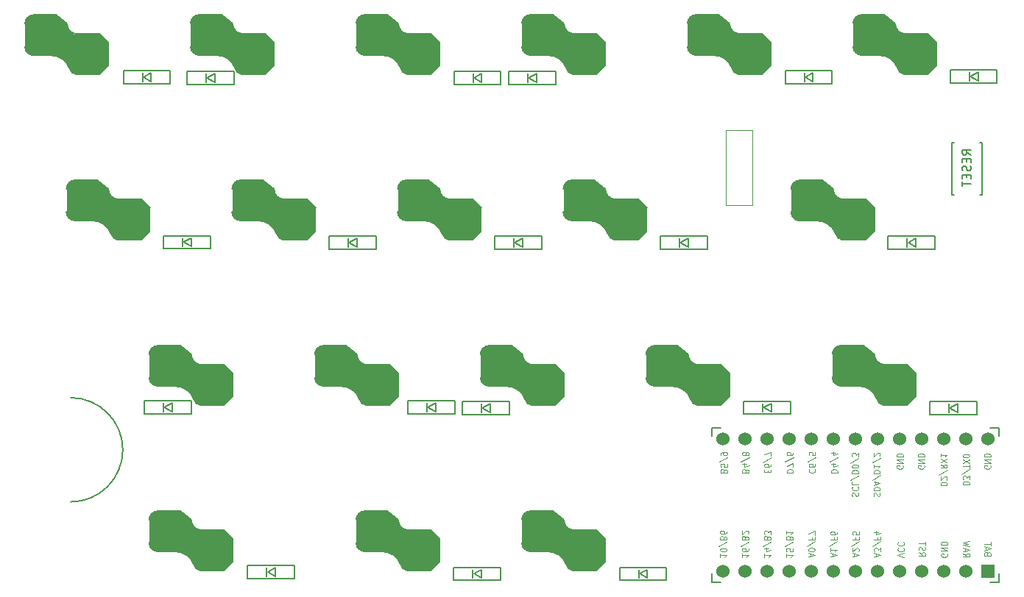
<source format=gbr>
%TF.GenerationSoftware,KiCad,Pcbnew,7.0.8*%
%TF.CreationDate,2024-11-17T17:07:28+09:00*%
%TF.ProjectId,cool937r,636f6f6c-3933-4377-922e-6b696361645f,rev?*%
%TF.SameCoordinates,Original*%
%TF.FileFunction,Legend,Bot*%
%TF.FilePolarity,Positive*%
%FSLAX46Y46*%
G04 Gerber Fmt 4.6, Leading zero omitted, Abs format (unit mm)*
G04 Created by KiCad (PCBNEW 7.0.8) date 2024-11-17 17:07:28*
%MOMM*%
%LPD*%
G01*
G04 APERTURE LIST*
%ADD10C,0.150000*%
%ADD11C,0.125000*%
%ADD12C,0.120000*%
%ADD13C,1.524000*%
%ADD14R,1.524000X1.524000*%
G04 APERTURE END LIST*
D10*
X207364819Y-106940618D02*
X206888628Y-106607285D01*
X207364819Y-106369190D02*
X206364819Y-106369190D01*
X206364819Y-106369190D02*
X206364819Y-106750142D01*
X206364819Y-106750142D02*
X206412438Y-106845380D01*
X206412438Y-106845380D02*
X206460057Y-106892999D01*
X206460057Y-106892999D02*
X206555295Y-106940618D01*
X206555295Y-106940618D02*
X206698152Y-106940618D01*
X206698152Y-106940618D02*
X206793390Y-106892999D01*
X206793390Y-106892999D02*
X206841009Y-106845380D01*
X206841009Y-106845380D02*
X206888628Y-106750142D01*
X206888628Y-106750142D02*
X206888628Y-106369190D01*
X206841009Y-107369190D02*
X206841009Y-107702523D01*
X207364819Y-107845380D02*
X207364819Y-107369190D01*
X207364819Y-107369190D02*
X206364819Y-107369190D01*
X206364819Y-107369190D02*
X206364819Y-107845380D01*
X207317200Y-108226333D02*
X207364819Y-108369190D01*
X207364819Y-108369190D02*
X207364819Y-108607285D01*
X207364819Y-108607285D02*
X207317200Y-108702523D01*
X207317200Y-108702523D02*
X207269580Y-108750142D01*
X207269580Y-108750142D02*
X207174342Y-108797761D01*
X207174342Y-108797761D02*
X207079104Y-108797761D01*
X207079104Y-108797761D02*
X206983866Y-108750142D01*
X206983866Y-108750142D02*
X206936247Y-108702523D01*
X206936247Y-108702523D02*
X206888628Y-108607285D01*
X206888628Y-108607285D02*
X206841009Y-108416809D01*
X206841009Y-108416809D02*
X206793390Y-108321571D01*
X206793390Y-108321571D02*
X206745771Y-108273952D01*
X206745771Y-108273952D02*
X206650533Y-108226333D01*
X206650533Y-108226333D02*
X206555295Y-108226333D01*
X206555295Y-108226333D02*
X206460057Y-108273952D01*
X206460057Y-108273952D02*
X206412438Y-108321571D01*
X206412438Y-108321571D02*
X206364819Y-108416809D01*
X206364819Y-108416809D02*
X206364819Y-108654904D01*
X206364819Y-108654904D02*
X206412438Y-108797761D01*
X206841009Y-109226333D02*
X206841009Y-109559666D01*
X207364819Y-109702523D02*
X207364819Y-109226333D01*
X207364819Y-109226333D02*
X206364819Y-109226333D01*
X206364819Y-109226333D02*
X206364819Y-109702523D01*
X206364819Y-109988238D02*
X206364819Y-110559666D01*
X207364819Y-110273952D02*
X206364819Y-110273952D01*
D11*
X181464392Y-143302589D02*
X181428678Y-143206875D01*
X181428678Y-143206875D02*
X181392964Y-143174970D01*
X181392964Y-143174970D02*
X181321535Y-143143066D01*
X181321535Y-143143066D02*
X181214392Y-143143066D01*
X181214392Y-143143066D02*
X181142964Y-143174970D01*
X181142964Y-143174970D02*
X181107250Y-143206875D01*
X181107250Y-143206875D02*
X181071535Y-143270685D01*
X181071535Y-143270685D02*
X181071535Y-143525923D01*
X181071535Y-143525923D02*
X181821535Y-143525923D01*
X181821535Y-143525923D02*
X181821535Y-143302589D01*
X181821535Y-143302589D02*
X181785821Y-143238780D01*
X181785821Y-143238780D02*
X181750107Y-143206875D01*
X181750107Y-143206875D02*
X181678678Y-143174970D01*
X181678678Y-143174970D02*
X181607250Y-143174970D01*
X181607250Y-143174970D02*
X181535821Y-143206875D01*
X181535821Y-143206875D02*
X181500107Y-143238780D01*
X181500107Y-143238780D02*
X181464392Y-143302589D01*
X181464392Y-143302589D02*
X181464392Y-143525923D01*
X181571535Y-142568780D02*
X181071535Y-142568780D01*
X181857250Y-142728304D02*
X181321535Y-142887827D01*
X181321535Y-142887827D02*
X181321535Y-142473066D01*
X181857250Y-141739256D02*
X180892964Y-142313542D01*
X181500107Y-141420208D02*
X181535821Y-141484018D01*
X181535821Y-141484018D02*
X181571535Y-141515923D01*
X181571535Y-141515923D02*
X181642964Y-141547827D01*
X181642964Y-141547827D02*
X181678678Y-141547827D01*
X181678678Y-141547827D02*
X181750107Y-141515923D01*
X181750107Y-141515923D02*
X181785821Y-141484018D01*
X181785821Y-141484018D02*
X181821535Y-141420208D01*
X181821535Y-141420208D02*
X181821535Y-141292589D01*
X181821535Y-141292589D02*
X181785821Y-141228780D01*
X181785821Y-141228780D02*
X181750107Y-141196875D01*
X181750107Y-141196875D02*
X181678678Y-141164970D01*
X181678678Y-141164970D02*
X181642964Y-141164970D01*
X181642964Y-141164970D02*
X181571535Y-141196875D01*
X181571535Y-141196875D02*
X181535821Y-141228780D01*
X181535821Y-141228780D02*
X181500107Y-141292589D01*
X181500107Y-141292589D02*
X181500107Y-141420208D01*
X181500107Y-141420208D02*
X181464392Y-141484018D01*
X181464392Y-141484018D02*
X181428678Y-141515923D01*
X181428678Y-141515923D02*
X181357250Y-141547827D01*
X181357250Y-141547827D02*
X181214392Y-141547827D01*
X181214392Y-141547827D02*
X181142964Y-141515923D01*
X181142964Y-141515923D02*
X181107250Y-141484018D01*
X181107250Y-141484018D02*
X181071535Y-141420208D01*
X181071535Y-141420208D02*
X181071535Y-141292589D01*
X181071535Y-141292589D02*
X181107250Y-141228780D01*
X181107250Y-141228780D02*
X181142964Y-141196875D01*
X181142964Y-141196875D02*
X181214392Y-141164970D01*
X181214392Y-141164970D02*
X181357250Y-141164970D01*
X181357250Y-141164970D02*
X181428678Y-141196875D01*
X181428678Y-141196875D02*
X181464392Y-141228780D01*
X181464392Y-141228780D02*
X181500107Y-141292589D01*
X199535821Y-142736875D02*
X199571535Y-142800685D01*
X199571535Y-142800685D02*
X199571535Y-142896399D01*
X199571535Y-142896399D02*
X199535821Y-142992113D01*
X199535821Y-142992113D02*
X199464392Y-143055923D01*
X199464392Y-143055923D02*
X199392964Y-143087828D01*
X199392964Y-143087828D02*
X199250107Y-143119732D01*
X199250107Y-143119732D02*
X199142964Y-143119732D01*
X199142964Y-143119732D02*
X199000107Y-143087828D01*
X199000107Y-143087828D02*
X198928678Y-143055923D01*
X198928678Y-143055923D02*
X198857250Y-142992113D01*
X198857250Y-142992113D02*
X198821535Y-142896399D01*
X198821535Y-142896399D02*
X198821535Y-142832590D01*
X198821535Y-142832590D02*
X198857250Y-142736875D01*
X198857250Y-142736875D02*
X198892964Y-142704971D01*
X198892964Y-142704971D02*
X199142964Y-142704971D01*
X199142964Y-142704971D02*
X199142964Y-142832590D01*
X198821535Y-142417828D02*
X199571535Y-142417828D01*
X199571535Y-142417828D02*
X198821535Y-142034971D01*
X198821535Y-142034971D02*
X199571535Y-142034971D01*
X198821535Y-141715923D02*
X199571535Y-141715923D01*
X199571535Y-141715923D02*
X199571535Y-141556399D01*
X199571535Y-141556399D02*
X199535821Y-141460685D01*
X199535821Y-141460685D02*
X199464392Y-141396875D01*
X199464392Y-141396875D02*
X199392964Y-141364970D01*
X199392964Y-141364970D02*
X199250107Y-141333066D01*
X199250107Y-141333066D02*
X199142964Y-141333066D01*
X199142964Y-141333066D02*
X199000107Y-141364970D01*
X199000107Y-141364970D02*
X198928678Y-141396875D01*
X198928678Y-141396875D02*
X198857250Y-141460685D01*
X198857250Y-141460685D02*
X198821535Y-141556399D01*
X198821535Y-141556399D02*
X198821535Y-141715923D01*
X201985821Y-142736875D02*
X202021535Y-142800685D01*
X202021535Y-142800685D02*
X202021535Y-142896399D01*
X202021535Y-142896399D02*
X201985821Y-142992113D01*
X201985821Y-142992113D02*
X201914392Y-143055923D01*
X201914392Y-143055923D02*
X201842964Y-143087828D01*
X201842964Y-143087828D02*
X201700107Y-143119732D01*
X201700107Y-143119732D02*
X201592964Y-143119732D01*
X201592964Y-143119732D02*
X201450107Y-143087828D01*
X201450107Y-143087828D02*
X201378678Y-143055923D01*
X201378678Y-143055923D02*
X201307250Y-142992113D01*
X201307250Y-142992113D02*
X201271535Y-142896399D01*
X201271535Y-142896399D02*
X201271535Y-142832590D01*
X201271535Y-142832590D02*
X201307250Y-142736875D01*
X201307250Y-142736875D02*
X201342964Y-142704971D01*
X201342964Y-142704971D02*
X201592964Y-142704971D01*
X201592964Y-142704971D02*
X201592964Y-142832590D01*
X201271535Y-142417828D02*
X202021535Y-142417828D01*
X202021535Y-142417828D02*
X201271535Y-142034971D01*
X201271535Y-142034971D02*
X202021535Y-142034971D01*
X201271535Y-141715923D02*
X202021535Y-141715923D01*
X202021535Y-141715923D02*
X202021535Y-141556399D01*
X202021535Y-141556399D02*
X201985821Y-141460685D01*
X201985821Y-141460685D02*
X201914392Y-141396875D01*
X201914392Y-141396875D02*
X201842964Y-141364970D01*
X201842964Y-141364970D02*
X201700107Y-141333066D01*
X201700107Y-141333066D02*
X201592964Y-141333066D01*
X201592964Y-141333066D02*
X201450107Y-141364970D01*
X201450107Y-141364970D02*
X201378678Y-141396875D01*
X201378678Y-141396875D02*
X201307250Y-141460685D01*
X201307250Y-141460685D02*
X201271535Y-141556399D01*
X201271535Y-141556399D02*
X201271535Y-141715923D01*
X188885821Y-153182113D02*
X188885821Y-152863066D01*
X188671535Y-153245923D02*
X189421535Y-153022590D01*
X189421535Y-153022590D02*
X188671535Y-152799256D01*
X189421535Y-152448304D02*
X189421535Y-152384494D01*
X189421535Y-152384494D02*
X189385821Y-152320685D01*
X189385821Y-152320685D02*
X189350107Y-152288780D01*
X189350107Y-152288780D02*
X189278678Y-152256875D01*
X189278678Y-152256875D02*
X189135821Y-152224970D01*
X189135821Y-152224970D02*
X188957250Y-152224970D01*
X188957250Y-152224970D02*
X188814392Y-152256875D01*
X188814392Y-152256875D02*
X188742964Y-152288780D01*
X188742964Y-152288780D02*
X188707250Y-152320685D01*
X188707250Y-152320685D02*
X188671535Y-152384494D01*
X188671535Y-152384494D02*
X188671535Y-152448304D01*
X188671535Y-152448304D02*
X188707250Y-152512113D01*
X188707250Y-152512113D02*
X188742964Y-152544018D01*
X188742964Y-152544018D02*
X188814392Y-152575923D01*
X188814392Y-152575923D02*
X188957250Y-152607827D01*
X188957250Y-152607827D02*
X189135821Y-152607827D01*
X189135821Y-152607827D02*
X189278678Y-152575923D01*
X189278678Y-152575923D02*
X189350107Y-152544018D01*
X189350107Y-152544018D02*
X189385821Y-152512113D01*
X189385821Y-152512113D02*
X189421535Y-152448304D01*
X189457250Y-151459256D02*
X188492964Y-152033542D01*
X189064392Y-151012589D02*
X189064392Y-151235923D01*
X188671535Y-151235923D02*
X189421535Y-151235923D01*
X189421535Y-151235923D02*
X189421535Y-150916875D01*
X189421535Y-150725446D02*
X189421535Y-150278780D01*
X189421535Y-150278780D02*
X188671535Y-150565922D01*
X193935821Y-153182113D02*
X193935821Y-152863066D01*
X193721535Y-153245923D02*
X194471535Y-153022590D01*
X194471535Y-153022590D02*
X193721535Y-152799256D01*
X194400107Y-152607827D02*
X194435821Y-152575923D01*
X194435821Y-152575923D02*
X194471535Y-152512113D01*
X194471535Y-152512113D02*
X194471535Y-152352589D01*
X194471535Y-152352589D02*
X194435821Y-152288780D01*
X194435821Y-152288780D02*
X194400107Y-152256875D01*
X194400107Y-152256875D02*
X194328678Y-152224970D01*
X194328678Y-152224970D02*
X194257250Y-152224970D01*
X194257250Y-152224970D02*
X194150107Y-152256875D01*
X194150107Y-152256875D02*
X193721535Y-152639732D01*
X193721535Y-152639732D02*
X193721535Y-152224970D01*
X194507250Y-151459256D02*
X193542964Y-152033542D01*
X194114392Y-151012589D02*
X194114392Y-151235923D01*
X193721535Y-151235923D02*
X194471535Y-151235923D01*
X194471535Y-151235923D02*
X194471535Y-150916875D01*
X194471535Y-150342589D02*
X194471535Y-150661637D01*
X194471535Y-150661637D02*
X194114392Y-150693541D01*
X194114392Y-150693541D02*
X194150107Y-150661637D01*
X194150107Y-150661637D02*
X194185821Y-150597827D01*
X194185821Y-150597827D02*
X194185821Y-150438303D01*
X194185821Y-150438303D02*
X194150107Y-150374494D01*
X194150107Y-150374494D02*
X194114392Y-150342589D01*
X194114392Y-150342589D02*
X194042964Y-150310684D01*
X194042964Y-150310684D02*
X193864392Y-150310684D01*
X193864392Y-150310684D02*
X193792964Y-150342589D01*
X193792964Y-150342589D02*
X193757250Y-150374494D01*
X193757250Y-150374494D02*
X193721535Y-150438303D01*
X193721535Y-150438303D02*
X193721535Y-150597827D01*
X193721535Y-150597827D02*
X193757250Y-150661637D01*
X193757250Y-150661637D02*
X193792964Y-150693541D01*
X203871535Y-144999971D02*
X204621535Y-144999971D01*
X204621535Y-144999971D02*
X204621535Y-144840447D01*
X204621535Y-144840447D02*
X204585821Y-144744733D01*
X204585821Y-144744733D02*
X204514392Y-144680923D01*
X204514392Y-144680923D02*
X204442964Y-144649018D01*
X204442964Y-144649018D02*
X204300107Y-144617114D01*
X204300107Y-144617114D02*
X204192964Y-144617114D01*
X204192964Y-144617114D02*
X204050107Y-144649018D01*
X204050107Y-144649018D02*
X203978678Y-144680923D01*
X203978678Y-144680923D02*
X203907250Y-144744733D01*
X203907250Y-144744733D02*
X203871535Y-144840447D01*
X203871535Y-144840447D02*
X203871535Y-144999971D01*
X204550107Y-144361875D02*
X204585821Y-144329971D01*
X204585821Y-144329971D02*
X204621535Y-144266161D01*
X204621535Y-144266161D02*
X204621535Y-144106637D01*
X204621535Y-144106637D02*
X204585821Y-144042828D01*
X204585821Y-144042828D02*
X204550107Y-144010923D01*
X204550107Y-144010923D02*
X204478678Y-143979018D01*
X204478678Y-143979018D02*
X204407250Y-143979018D01*
X204407250Y-143979018D02*
X204300107Y-144010923D01*
X204300107Y-144010923D02*
X203871535Y-144393780D01*
X203871535Y-144393780D02*
X203871535Y-143979018D01*
X204657250Y-143213304D02*
X203692964Y-143787590D01*
X203871535Y-142607114D02*
X204228678Y-142830447D01*
X203871535Y-142989971D02*
X204621535Y-142989971D01*
X204621535Y-142989971D02*
X204621535Y-142734733D01*
X204621535Y-142734733D02*
X204585821Y-142670923D01*
X204585821Y-142670923D02*
X204550107Y-142639018D01*
X204550107Y-142639018D02*
X204478678Y-142607114D01*
X204478678Y-142607114D02*
X204371535Y-142607114D01*
X204371535Y-142607114D02*
X204300107Y-142639018D01*
X204300107Y-142639018D02*
X204264392Y-142670923D01*
X204264392Y-142670923D02*
X204228678Y-142734733D01*
X204228678Y-142734733D02*
X204228678Y-142989971D01*
X204621535Y-142383780D02*
X203871535Y-141937114D01*
X204621535Y-141937114D02*
X203871535Y-142383780D01*
X203871535Y-141330923D02*
X203871535Y-141713780D01*
X203871535Y-141522352D02*
X204621535Y-141522352D01*
X204621535Y-141522352D02*
X204514392Y-141586161D01*
X204514392Y-141586161D02*
X204442964Y-141649971D01*
X204442964Y-141649971D02*
X204407250Y-141713780D01*
X186171535Y-143525923D02*
X186921535Y-143525923D01*
X186921535Y-143525923D02*
X186921535Y-143366399D01*
X186921535Y-143366399D02*
X186885821Y-143270685D01*
X186885821Y-143270685D02*
X186814392Y-143206875D01*
X186814392Y-143206875D02*
X186742964Y-143174970D01*
X186742964Y-143174970D02*
X186600107Y-143143066D01*
X186600107Y-143143066D02*
X186492964Y-143143066D01*
X186492964Y-143143066D02*
X186350107Y-143174970D01*
X186350107Y-143174970D02*
X186278678Y-143206875D01*
X186278678Y-143206875D02*
X186207250Y-143270685D01*
X186207250Y-143270685D02*
X186171535Y-143366399D01*
X186171535Y-143366399D02*
X186171535Y-143525923D01*
X186921535Y-142919732D02*
X186921535Y-142473066D01*
X186921535Y-142473066D02*
X186171535Y-142760208D01*
X186957250Y-141739256D02*
X185992964Y-142313542D01*
X186921535Y-141228780D02*
X186921535Y-141356399D01*
X186921535Y-141356399D02*
X186885821Y-141420208D01*
X186885821Y-141420208D02*
X186850107Y-141452113D01*
X186850107Y-141452113D02*
X186742964Y-141515923D01*
X186742964Y-141515923D02*
X186600107Y-141547827D01*
X186600107Y-141547827D02*
X186314392Y-141547827D01*
X186314392Y-141547827D02*
X186242964Y-141515923D01*
X186242964Y-141515923D02*
X186207250Y-141484018D01*
X186207250Y-141484018D02*
X186171535Y-141420208D01*
X186171535Y-141420208D02*
X186171535Y-141292589D01*
X186171535Y-141292589D02*
X186207250Y-141228780D01*
X186207250Y-141228780D02*
X186242964Y-141196875D01*
X186242964Y-141196875D02*
X186314392Y-141164970D01*
X186314392Y-141164970D02*
X186492964Y-141164970D01*
X186492964Y-141164970D02*
X186564392Y-141196875D01*
X186564392Y-141196875D02*
X186600107Y-141228780D01*
X186600107Y-141228780D02*
X186635821Y-141292589D01*
X186635821Y-141292589D02*
X186635821Y-141420208D01*
X186635821Y-141420208D02*
X186600107Y-141484018D01*
X186600107Y-141484018D02*
X186564392Y-141515923D01*
X186564392Y-141515923D02*
X186492964Y-141547827D01*
X206421535Y-144920209D02*
X207171535Y-144920209D01*
X207171535Y-144920209D02*
X207171535Y-144760685D01*
X207171535Y-144760685D02*
X207135821Y-144664971D01*
X207135821Y-144664971D02*
X207064392Y-144601161D01*
X207064392Y-144601161D02*
X206992964Y-144569256D01*
X206992964Y-144569256D02*
X206850107Y-144537352D01*
X206850107Y-144537352D02*
X206742964Y-144537352D01*
X206742964Y-144537352D02*
X206600107Y-144569256D01*
X206600107Y-144569256D02*
X206528678Y-144601161D01*
X206528678Y-144601161D02*
X206457250Y-144664971D01*
X206457250Y-144664971D02*
X206421535Y-144760685D01*
X206421535Y-144760685D02*
X206421535Y-144920209D01*
X207171535Y-144314018D02*
X207171535Y-143899256D01*
X207171535Y-143899256D02*
X206885821Y-144122590D01*
X206885821Y-144122590D02*
X206885821Y-144026875D01*
X206885821Y-144026875D02*
X206850107Y-143963066D01*
X206850107Y-143963066D02*
X206814392Y-143931161D01*
X206814392Y-143931161D02*
X206742964Y-143899256D01*
X206742964Y-143899256D02*
X206564392Y-143899256D01*
X206564392Y-143899256D02*
X206492964Y-143931161D01*
X206492964Y-143931161D02*
X206457250Y-143963066D01*
X206457250Y-143963066D02*
X206421535Y-144026875D01*
X206421535Y-144026875D02*
X206421535Y-144218304D01*
X206421535Y-144218304D02*
X206457250Y-144282113D01*
X206457250Y-144282113D02*
X206492964Y-144314018D01*
X207207250Y-143133542D02*
X206242964Y-143707828D01*
X207171535Y-143005923D02*
X207171535Y-142623066D01*
X206421535Y-142814494D02*
X207171535Y-142814494D01*
X207171535Y-142463542D02*
X206421535Y-142016876D01*
X207171535Y-142016876D02*
X206421535Y-142463542D01*
X207171535Y-141634019D02*
X207171535Y-141570209D01*
X207171535Y-141570209D02*
X207135821Y-141506400D01*
X207135821Y-141506400D02*
X207100107Y-141474495D01*
X207100107Y-141474495D02*
X207028678Y-141442590D01*
X207028678Y-141442590D02*
X206885821Y-141410685D01*
X206885821Y-141410685D02*
X206707250Y-141410685D01*
X206707250Y-141410685D02*
X206564392Y-141442590D01*
X206564392Y-141442590D02*
X206492964Y-141474495D01*
X206492964Y-141474495D02*
X206457250Y-141506400D01*
X206457250Y-141506400D02*
X206421535Y-141570209D01*
X206421535Y-141570209D02*
X206421535Y-141634019D01*
X206421535Y-141634019D02*
X206457250Y-141697828D01*
X206457250Y-141697828D02*
X206492964Y-141729733D01*
X206492964Y-141729733D02*
X206564392Y-141761638D01*
X206564392Y-141761638D02*
X206707250Y-141793542D01*
X206707250Y-141793542D02*
X206885821Y-141793542D01*
X206885821Y-141793542D02*
X207028678Y-141761638D01*
X207028678Y-141761638D02*
X207100107Y-141729733D01*
X207100107Y-141729733D02*
X207135821Y-141697828D01*
X207135821Y-141697828D02*
X207171535Y-141634019D01*
X201371535Y-152733304D02*
X201728678Y-152956637D01*
X201371535Y-153116161D02*
X202121535Y-153116161D01*
X202121535Y-153116161D02*
X202121535Y-152860923D01*
X202121535Y-152860923D02*
X202085821Y-152797113D01*
X202085821Y-152797113D02*
X202050107Y-152765208D01*
X202050107Y-152765208D02*
X201978678Y-152733304D01*
X201978678Y-152733304D02*
X201871535Y-152733304D01*
X201871535Y-152733304D02*
X201800107Y-152765208D01*
X201800107Y-152765208D02*
X201764392Y-152797113D01*
X201764392Y-152797113D02*
X201728678Y-152860923D01*
X201728678Y-152860923D02*
X201728678Y-153116161D01*
X201407250Y-152478065D02*
X201371535Y-152382351D01*
X201371535Y-152382351D02*
X201371535Y-152222827D01*
X201371535Y-152222827D02*
X201407250Y-152159018D01*
X201407250Y-152159018D02*
X201442964Y-152127113D01*
X201442964Y-152127113D02*
X201514392Y-152095208D01*
X201514392Y-152095208D02*
X201585821Y-152095208D01*
X201585821Y-152095208D02*
X201657250Y-152127113D01*
X201657250Y-152127113D02*
X201692964Y-152159018D01*
X201692964Y-152159018D02*
X201728678Y-152222827D01*
X201728678Y-152222827D02*
X201764392Y-152350446D01*
X201764392Y-152350446D02*
X201800107Y-152414256D01*
X201800107Y-152414256D02*
X201835821Y-152446161D01*
X201835821Y-152446161D02*
X201907250Y-152478065D01*
X201907250Y-152478065D02*
X201978678Y-152478065D01*
X201978678Y-152478065D02*
X202050107Y-152446161D01*
X202050107Y-152446161D02*
X202085821Y-152414256D01*
X202085821Y-152414256D02*
X202121535Y-152350446D01*
X202121535Y-152350446D02*
X202121535Y-152190923D01*
X202121535Y-152190923D02*
X202085821Y-152095208D01*
X202121535Y-151903780D02*
X202121535Y-151520923D01*
X201371535Y-151712351D02*
X202121535Y-151712351D01*
X199671535Y-153259733D02*
X198921535Y-153036400D01*
X198921535Y-153036400D02*
X199671535Y-152813066D01*
X198992964Y-152206876D02*
X198957250Y-152238780D01*
X198957250Y-152238780D02*
X198921535Y-152334495D01*
X198921535Y-152334495D02*
X198921535Y-152398304D01*
X198921535Y-152398304D02*
X198957250Y-152494018D01*
X198957250Y-152494018D02*
X199028678Y-152557828D01*
X199028678Y-152557828D02*
X199100107Y-152589733D01*
X199100107Y-152589733D02*
X199242964Y-152621637D01*
X199242964Y-152621637D02*
X199350107Y-152621637D01*
X199350107Y-152621637D02*
X199492964Y-152589733D01*
X199492964Y-152589733D02*
X199564392Y-152557828D01*
X199564392Y-152557828D02*
X199635821Y-152494018D01*
X199635821Y-152494018D02*
X199671535Y-152398304D01*
X199671535Y-152398304D02*
X199671535Y-152334495D01*
X199671535Y-152334495D02*
X199635821Y-152238780D01*
X199635821Y-152238780D02*
X199600107Y-152206876D01*
X198992964Y-151536876D02*
X198957250Y-151568780D01*
X198957250Y-151568780D02*
X198921535Y-151664495D01*
X198921535Y-151664495D02*
X198921535Y-151728304D01*
X198921535Y-151728304D02*
X198957250Y-151824018D01*
X198957250Y-151824018D02*
X199028678Y-151887828D01*
X199028678Y-151887828D02*
X199100107Y-151919733D01*
X199100107Y-151919733D02*
X199242964Y-151951637D01*
X199242964Y-151951637D02*
X199350107Y-151951637D01*
X199350107Y-151951637D02*
X199492964Y-151919733D01*
X199492964Y-151919733D02*
X199564392Y-151887828D01*
X199564392Y-151887828D02*
X199635821Y-151824018D01*
X199635821Y-151824018D02*
X199671535Y-151728304D01*
X199671535Y-151728304D02*
X199671535Y-151664495D01*
X199671535Y-151664495D02*
X199635821Y-151568780D01*
X199635821Y-151568780D02*
X199600107Y-151536876D01*
X206471535Y-152829019D02*
X206828678Y-153052352D01*
X206471535Y-153211876D02*
X207221535Y-153211876D01*
X207221535Y-153211876D02*
X207221535Y-152956638D01*
X207221535Y-152956638D02*
X207185821Y-152892828D01*
X207185821Y-152892828D02*
X207150107Y-152860923D01*
X207150107Y-152860923D02*
X207078678Y-152829019D01*
X207078678Y-152829019D02*
X206971535Y-152829019D01*
X206971535Y-152829019D02*
X206900107Y-152860923D01*
X206900107Y-152860923D02*
X206864392Y-152892828D01*
X206864392Y-152892828D02*
X206828678Y-152956638D01*
X206828678Y-152956638D02*
X206828678Y-153211876D01*
X206685821Y-152573780D02*
X206685821Y-152254733D01*
X206471535Y-152637590D02*
X207221535Y-152414257D01*
X207221535Y-152414257D02*
X206471535Y-152190923D01*
X207221535Y-152031399D02*
X206471535Y-151871875D01*
X206471535Y-151871875D02*
X207007250Y-151744256D01*
X207007250Y-151744256D02*
X206471535Y-151616637D01*
X206471535Y-151616637D02*
X207221535Y-151457114D01*
X209284392Y-152860923D02*
X209248678Y-152765209D01*
X209248678Y-152765209D02*
X209212964Y-152733304D01*
X209212964Y-152733304D02*
X209141535Y-152701400D01*
X209141535Y-152701400D02*
X209034392Y-152701400D01*
X209034392Y-152701400D02*
X208962964Y-152733304D01*
X208962964Y-152733304D02*
X208927250Y-152765209D01*
X208927250Y-152765209D02*
X208891535Y-152829019D01*
X208891535Y-152829019D02*
X208891535Y-153084257D01*
X208891535Y-153084257D02*
X209641535Y-153084257D01*
X209641535Y-153084257D02*
X209641535Y-152860923D01*
X209641535Y-152860923D02*
X209605821Y-152797114D01*
X209605821Y-152797114D02*
X209570107Y-152765209D01*
X209570107Y-152765209D02*
X209498678Y-152733304D01*
X209498678Y-152733304D02*
X209427250Y-152733304D01*
X209427250Y-152733304D02*
X209355821Y-152765209D01*
X209355821Y-152765209D02*
X209320107Y-152797114D01*
X209320107Y-152797114D02*
X209284392Y-152860923D01*
X209284392Y-152860923D02*
X209284392Y-153084257D01*
X209105821Y-152446161D02*
X209105821Y-152127114D01*
X208891535Y-152509971D02*
X209641535Y-152286638D01*
X209641535Y-152286638D02*
X208891535Y-152063304D01*
X209641535Y-151935685D02*
X209641535Y-151552828D01*
X208891535Y-151744256D02*
X209641535Y-151744256D01*
X204635821Y-152876875D02*
X204671535Y-152940685D01*
X204671535Y-152940685D02*
X204671535Y-153036399D01*
X204671535Y-153036399D02*
X204635821Y-153132113D01*
X204635821Y-153132113D02*
X204564392Y-153195923D01*
X204564392Y-153195923D02*
X204492964Y-153227828D01*
X204492964Y-153227828D02*
X204350107Y-153259732D01*
X204350107Y-153259732D02*
X204242964Y-153259732D01*
X204242964Y-153259732D02*
X204100107Y-153227828D01*
X204100107Y-153227828D02*
X204028678Y-153195923D01*
X204028678Y-153195923D02*
X203957250Y-153132113D01*
X203957250Y-153132113D02*
X203921535Y-153036399D01*
X203921535Y-153036399D02*
X203921535Y-152972590D01*
X203921535Y-152972590D02*
X203957250Y-152876875D01*
X203957250Y-152876875D02*
X203992964Y-152844971D01*
X203992964Y-152844971D02*
X204242964Y-152844971D01*
X204242964Y-152844971D02*
X204242964Y-152972590D01*
X203921535Y-152557828D02*
X204671535Y-152557828D01*
X204671535Y-152557828D02*
X203921535Y-152174971D01*
X203921535Y-152174971D02*
X204671535Y-152174971D01*
X203921535Y-151855923D02*
X204671535Y-151855923D01*
X204671535Y-151855923D02*
X204671535Y-151696399D01*
X204671535Y-151696399D02*
X204635821Y-151600685D01*
X204635821Y-151600685D02*
X204564392Y-151536875D01*
X204564392Y-151536875D02*
X204492964Y-151504970D01*
X204492964Y-151504970D02*
X204350107Y-151473066D01*
X204350107Y-151473066D02*
X204242964Y-151473066D01*
X204242964Y-151473066D02*
X204100107Y-151504970D01*
X204100107Y-151504970D02*
X204028678Y-151536875D01*
X204028678Y-151536875D02*
X203957250Y-151600685D01*
X203957250Y-151600685D02*
X203921535Y-151696399D01*
X203921535Y-151696399D02*
X203921535Y-151855923D01*
X191435821Y-153182113D02*
X191435821Y-152863066D01*
X191221535Y-153245923D02*
X191971535Y-153022590D01*
X191971535Y-153022590D02*
X191221535Y-152799256D01*
X191221535Y-152224970D02*
X191221535Y-152607827D01*
X191221535Y-152416399D02*
X191971535Y-152416399D01*
X191971535Y-152416399D02*
X191864392Y-152480208D01*
X191864392Y-152480208D02*
X191792964Y-152544018D01*
X191792964Y-152544018D02*
X191757250Y-152607827D01*
X192007250Y-151459256D02*
X191042964Y-152033542D01*
X191614392Y-151012589D02*
X191614392Y-151235923D01*
X191221535Y-151235923D02*
X191971535Y-151235923D01*
X191971535Y-151235923D02*
X191971535Y-150916875D01*
X191971535Y-150374494D02*
X191971535Y-150502113D01*
X191971535Y-150502113D02*
X191935821Y-150565922D01*
X191935821Y-150565922D02*
X191900107Y-150597827D01*
X191900107Y-150597827D02*
X191792964Y-150661637D01*
X191792964Y-150661637D02*
X191650107Y-150693541D01*
X191650107Y-150693541D02*
X191364392Y-150693541D01*
X191364392Y-150693541D02*
X191292964Y-150661637D01*
X191292964Y-150661637D02*
X191257250Y-150629732D01*
X191257250Y-150629732D02*
X191221535Y-150565922D01*
X191221535Y-150565922D02*
X191221535Y-150438303D01*
X191221535Y-150438303D02*
X191257250Y-150374494D01*
X191257250Y-150374494D02*
X191292964Y-150342589D01*
X191292964Y-150342589D02*
X191364392Y-150310684D01*
X191364392Y-150310684D02*
X191542964Y-150310684D01*
X191542964Y-150310684D02*
X191614392Y-150342589D01*
X191614392Y-150342589D02*
X191650107Y-150374494D01*
X191650107Y-150374494D02*
X191685821Y-150438303D01*
X191685821Y-150438303D02*
X191685821Y-150565922D01*
X191685821Y-150565922D02*
X191650107Y-150629732D01*
X191650107Y-150629732D02*
X191614392Y-150661637D01*
X191614392Y-150661637D02*
X191542964Y-150693541D01*
X196435821Y-153182113D02*
X196435821Y-152863066D01*
X196221535Y-153245923D02*
X196971535Y-153022590D01*
X196971535Y-153022590D02*
X196221535Y-152799256D01*
X196971535Y-152639732D02*
X196971535Y-152224970D01*
X196971535Y-152224970D02*
X196685821Y-152448304D01*
X196685821Y-152448304D02*
X196685821Y-152352589D01*
X196685821Y-152352589D02*
X196650107Y-152288780D01*
X196650107Y-152288780D02*
X196614392Y-152256875D01*
X196614392Y-152256875D02*
X196542964Y-152224970D01*
X196542964Y-152224970D02*
X196364392Y-152224970D01*
X196364392Y-152224970D02*
X196292964Y-152256875D01*
X196292964Y-152256875D02*
X196257250Y-152288780D01*
X196257250Y-152288780D02*
X196221535Y-152352589D01*
X196221535Y-152352589D02*
X196221535Y-152544018D01*
X196221535Y-152544018D02*
X196257250Y-152607827D01*
X196257250Y-152607827D02*
X196292964Y-152639732D01*
X197007250Y-151459256D02*
X196042964Y-152033542D01*
X196614392Y-151012589D02*
X196614392Y-151235923D01*
X196221535Y-151235923D02*
X196971535Y-151235923D01*
X196971535Y-151235923D02*
X196971535Y-150916875D01*
X196721535Y-150374494D02*
X196221535Y-150374494D01*
X197007250Y-150534018D02*
X196471535Y-150693541D01*
X196471535Y-150693541D02*
X196471535Y-150278780D01*
X183571535Y-152879018D02*
X183571535Y-153261875D01*
X183571535Y-153070447D02*
X184321535Y-153070447D01*
X184321535Y-153070447D02*
X184214392Y-153134256D01*
X184214392Y-153134256D02*
X184142964Y-153198066D01*
X184142964Y-153198066D02*
X184107250Y-153261875D01*
X184071535Y-152304733D02*
X183571535Y-152304733D01*
X184357250Y-152464257D02*
X183821535Y-152623780D01*
X183821535Y-152623780D02*
X183821535Y-152209019D01*
X184357250Y-151475209D02*
X183392964Y-152049495D01*
X183964392Y-151028542D02*
X183928678Y-150932828D01*
X183928678Y-150932828D02*
X183892964Y-150900923D01*
X183892964Y-150900923D02*
X183821535Y-150869019D01*
X183821535Y-150869019D02*
X183714392Y-150869019D01*
X183714392Y-150869019D02*
X183642964Y-150900923D01*
X183642964Y-150900923D02*
X183607250Y-150932828D01*
X183607250Y-150932828D02*
X183571535Y-150996638D01*
X183571535Y-150996638D02*
X183571535Y-151251876D01*
X183571535Y-151251876D02*
X184321535Y-151251876D01*
X184321535Y-151251876D02*
X184321535Y-151028542D01*
X184321535Y-151028542D02*
X184285821Y-150964733D01*
X184285821Y-150964733D02*
X184250107Y-150932828D01*
X184250107Y-150932828D02*
X184178678Y-150900923D01*
X184178678Y-150900923D02*
X184107250Y-150900923D01*
X184107250Y-150900923D02*
X184035821Y-150932828D01*
X184035821Y-150932828D02*
X184000107Y-150964733D01*
X184000107Y-150964733D02*
X183964392Y-151028542D01*
X183964392Y-151028542D02*
X183964392Y-151251876D01*
X184321535Y-150645685D02*
X184321535Y-150230923D01*
X184321535Y-150230923D02*
X184035821Y-150454257D01*
X184035821Y-150454257D02*
X184035821Y-150358542D01*
X184035821Y-150358542D02*
X184000107Y-150294733D01*
X184000107Y-150294733D02*
X183964392Y-150262828D01*
X183964392Y-150262828D02*
X183892964Y-150230923D01*
X183892964Y-150230923D02*
X183714392Y-150230923D01*
X183714392Y-150230923D02*
X183642964Y-150262828D01*
X183642964Y-150262828D02*
X183607250Y-150294733D01*
X183607250Y-150294733D02*
X183571535Y-150358542D01*
X183571535Y-150358542D02*
X183571535Y-150549971D01*
X183571535Y-150549971D02*
X183607250Y-150613780D01*
X183607250Y-150613780D02*
X183642964Y-150645685D01*
X191271535Y-143525923D02*
X192021535Y-143525923D01*
X192021535Y-143525923D02*
X192021535Y-143366399D01*
X192021535Y-143366399D02*
X191985821Y-143270685D01*
X191985821Y-143270685D02*
X191914392Y-143206875D01*
X191914392Y-143206875D02*
X191842964Y-143174970D01*
X191842964Y-143174970D02*
X191700107Y-143143066D01*
X191700107Y-143143066D02*
X191592964Y-143143066D01*
X191592964Y-143143066D02*
X191450107Y-143174970D01*
X191450107Y-143174970D02*
X191378678Y-143206875D01*
X191378678Y-143206875D02*
X191307250Y-143270685D01*
X191307250Y-143270685D02*
X191271535Y-143366399D01*
X191271535Y-143366399D02*
X191271535Y-143525923D01*
X191771535Y-142568780D02*
X191271535Y-142568780D01*
X192057250Y-142728304D02*
X191521535Y-142887827D01*
X191521535Y-142887827D02*
X191521535Y-142473066D01*
X192057250Y-141739256D02*
X191092964Y-142313542D01*
X191771535Y-141228780D02*
X191271535Y-141228780D01*
X192057250Y-141388304D02*
X191521535Y-141547827D01*
X191521535Y-141547827D02*
X191521535Y-141133066D01*
X186121535Y-152879018D02*
X186121535Y-153261875D01*
X186121535Y-153070447D02*
X186871535Y-153070447D01*
X186871535Y-153070447D02*
X186764392Y-153134256D01*
X186764392Y-153134256D02*
X186692964Y-153198066D01*
X186692964Y-153198066D02*
X186657250Y-153261875D01*
X186871535Y-152272828D02*
X186871535Y-152591876D01*
X186871535Y-152591876D02*
X186514392Y-152623780D01*
X186514392Y-152623780D02*
X186550107Y-152591876D01*
X186550107Y-152591876D02*
X186585821Y-152528066D01*
X186585821Y-152528066D02*
X186585821Y-152368542D01*
X186585821Y-152368542D02*
X186550107Y-152304733D01*
X186550107Y-152304733D02*
X186514392Y-152272828D01*
X186514392Y-152272828D02*
X186442964Y-152240923D01*
X186442964Y-152240923D02*
X186264392Y-152240923D01*
X186264392Y-152240923D02*
X186192964Y-152272828D01*
X186192964Y-152272828D02*
X186157250Y-152304733D01*
X186157250Y-152304733D02*
X186121535Y-152368542D01*
X186121535Y-152368542D02*
X186121535Y-152528066D01*
X186121535Y-152528066D02*
X186157250Y-152591876D01*
X186157250Y-152591876D02*
X186192964Y-152623780D01*
X186907250Y-151475209D02*
X185942964Y-152049495D01*
X186514392Y-151028542D02*
X186478678Y-150932828D01*
X186478678Y-150932828D02*
X186442964Y-150900923D01*
X186442964Y-150900923D02*
X186371535Y-150869019D01*
X186371535Y-150869019D02*
X186264392Y-150869019D01*
X186264392Y-150869019D02*
X186192964Y-150900923D01*
X186192964Y-150900923D02*
X186157250Y-150932828D01*
X186157250Y-150932828D02*
X186121535Y-150996638D01*
X186121535Y-150996638D02*
X186121535Y-151251876D01*
X186121535Y-151251876D02*
X186871535Y-151251876D01*
X186871535Y-151251876D02*
X186871535Y-151028542D01*
X186871535Y-151028542D02*
X186835821Y-150964733D01*
X186835821Y-150964733D02*
X186800107Y-150932828D01*
X186800107Y-150932828D02*
X186728678Y-150900923D01*
X186728678Y-150900923D02*
X186657250Y-150900923D01*
X186657250Y-150900923D02*
X186585821Y-150932828D01*
X186585821Y-150932828D02*
X186550107Y-150964733D01*
X186550107Y-150964733D02*
X186514392Y-151028542D01*
X186514392Y-151028542D02*
X186514392Y-151251876D01*
X186121535Y-150230923D02*
X186121535Y-150613780D01*
X186121535Y-150422352D02*
X186871535Y-150422352D01*
X186871535Y-150422352D02*
X186764392Y-150486161D01*
X186764392Y-150486161D02*
X186692964Y-150549971D01*
X186692964Y-150549971D02*
X186657250Y-150613780D01*
X196207250Y-146239970D02*
X196171535Y-146144256D01*
X196171535Y-146144256D02*
X196171535Y-145984732D01*
X196171535Y-145984732D02*
X196207250Y-145920923D01*
X196207250Y-145920923D02*
X196242964Y-145889018D01*
X196242964Y-145889018D02*
X196314392Y-145857113D01*
X196314392Y-145857113D02*
X196385821Y-145857113D01*
X196385821Y-145857113D02*
X196457250Y-145889018D01*
X196457250Y-145889018D02*
X196492964Y-145920923D01*
X196492964Y-145920923D02*
X196528678Y-145984732D01*
X196528678Y-145984732D02*
X196564392Y-146112351D01*
X196564392Y-146112351D02*
X196600107Y-146176161D01*
X196600107Y-146176161D02*
X196635821Y-146208066D01*
X196635821Y-146208066D02*
X196707250Y-146239970D01*
X196707250Y-146239970D02*
X196778678Y-146239970D01*
X196778678Y-146239970D02*
X196850107Y-146208066D01*
X196850107Y-146208066D02*
X196885821Y-146176161D01*
X196885821Y-146176161D02*
X196921535Y-146112351D01*
X196921535Y-146112351D02*
X196921535Y-145952828D01*
X196921535Y-145952828D02*
X196885821Y-145857113D01*
X196171535Y-145569971D02*
X196921535Y-145569971D01*
X196921535Y-145569971D02*
X196921535Y-145410447D01*
X196921535Y-145410447D02*
X196885821Y-145314733D01*
X196885821Y-145314733D02*
X196814392Y-145250923D01*
X196814392Y-145250923D02*
X196742964Y-145219018D01*
X196742964Y-145219018D02*
X196600107Y-145187114D01*
X196600107Y-145187114D02*
X196492964Y-145187114D01*
X196492964Y-145187114D02*
X196350107Y-145219018D01*
X196350107Y-145219018D02*
X196278678Y-145250923D01*
X196278678Y-145250923D02*
X196207250Y-145314733D01*
X196207250Y-145314733D02*
X196171535Y-145410447D01*
X196171535Y-145410447D02*
X196171535Y-145569971D01*
X196385821Y-144931875D02*
X196385821Y-144612828D01*
X196171535Y-144995685D02*
X196921535Y-144772352D01*
X196921535Y-144772352D02*
X196171535Y-144549018D01*
X196957250Y-143847113D02*
X195992964Y-144421399D01*
X196171535Y-143623780D02*
X196921535Y-143623780D01*
X196921535Y-143623780D02*
X196921535Y-143464256D01*
X196921535Y-143464256D02*
X196885821Y-143368542D01*
X196885821Y-143368542D02*
X196814392Y-143304732D01*
X196814392Y-143304732D02*
X196742964Y-143272827D01*
X196742964Y-143272827D02*
X196600107Y-143240923D01*
X196600107Y-143240923D02*
X196492964Y-143240923D01*
X196492964Y-143240923D02*
X196350107Y-143272827D01*
X196350107Y-143272827D02*
X196278678Y-143304732D01*
X196278678Y-143304732D02*
X196207250Y-143368542D01*
X196207250Y-143368542D02*
X196171535Y-143464256D01*
X196171535Y-143464256D02*
X196171535Y-143623780D01*
X196171535Y-142602827D02*
X196171535Y-142985684D01*
X196171535Y-142794256D02*
X196921535Y-142794256D01*
X196921535Y-142794256D02*
X196814392Y-142858065D01*
X196814392Y-142858065D02*
X196742964Y-142921875D01*
X196742964Y-142921875D02*
X196707250Y-142985684D01*
X196957250Y-141837113D02*
X195992964Y-142411399D01*
X196850107Y-141645684D02*
X196885821Y-141613780D01*
X196885821Y-141613780D02*
X196921535Y-141549970D01*
X196921535Y-141549970D02*
X196921535Y-141390446D01*
X196921535Y-141390446D02*
X196885821Y-141326637D01*
X196885821Y-141326637D02*
X196850107Y-141294732D01*
X196850107Y-141294732D02*
X196778678Y-141262827D01*
X196778678Y-141262827D02*
X196707250Y-141262827D01*
X196707250Y-141262827D02*
X196600107Y-141294732D01*
X196600107Y-141294732D02*
X196171535Y-141677589D01*
X196171535Y-141677589D02*
X196171535Y-141262827D01*
X188792964Y-143143066D02*
X188757250Y-143174970D01*
X188757250Y-143174970D02*
X188721535Y-143270685D01*
X188721535Y-143270685D02*
X188721535Y-143334494D01*
X188721535Y-143334494D02*
X188757250Y-143430208D01*
X188757250Y-143430208D02*
X188828678Y-143494018D01*
X188828678Y-143494018D02*
X188900107Y-143525923D01*
X188900107Y-143525923D02*
X189042964Y-143557827D01*
X189042964Y-143557827D02*
X189150107Y-143557827D01*
X189150107Y-143557827D02*
X189292964Y-143525923D01*
X189292964Y-143525923D02*
X189364392Y-143494018D01*
X189364392Y-143494018D02*
X189435821Y-143430208D01*
X189435821Y-143430208D02*
X189471535Y-143334494D01*
X189471535Y-143334494D02*
X189471535Y-143270685D01*
X189471535Y-143270685D02*
X189435821Y-143174970D01*
X189435821Y-143174970D02*
X189400107Y-143143066D01*
X189471535Y-142568780D02*
X189471535Y-142696399D01*
X189471535Y-142696399D02*
X189435821Y-142760208D01*
X189435821Y-142760208D02*
X189400107Y-142792113D01*
X189400107Y-142792113D02*
X189292964Y-142855923D01*
X189292964Y-142855923D02*
X189150107Y-142887827D01*
X189150107Y-142887827D02*
X188864392Y-142887827D01*
X188864392Y-142887827D02*
X188792964Y-142855923D01*
X188792964Y-142855923D02*
X188757250Y-142824018D01*
X188757250Y-142824018D02*
X188721535Y-142760208D01*
X188721535Y-142760208D02*
X188721535Y-142632589D01*
X188721535Y-142632589D02*
X188757250Y-142568780D01*
X188757250Y-142568780D02*
X188792964Y-142536875D01*
X188792964Y-142536875D02*
X188864392Y-142504970D01*
X188864392Y-142504970D02*
X189042964Y-142504970D01*
X189042964Y-142504970D02*
X189114392Y-142536875D01*
X189114392Y-142536875D02*
X189150107Y-142568780D01*
X189150107Y-142568780D02*
X189185821Y-142632589D01*
X189185821Y-142632589D02*
X189185821Y-142760208D01*
X189185821Y-142760208D02*
X189150107Y-142824018D01*
X189150107Y-142824018D02*
X189114392Y-142855923D01*
X189114392Y-142855923D02*
X189042964Y-142887827D01*
X189507250Y-141739256D02*
X188542964Y-142313542D01*
X189471535Y-141196875D02*
X189471535Y-141515923D01*
X189471535Y-141515923D02*
X189114392Y-141547827D01*
X189114392Y-141547827D02*
X189150107Y-141515923D01*
X189150107Y-141515923D02*
X189185821Y-141452113D01*
X189185821Y-141452113D02*
X189185821Y-141292589D01*
X189185821Y-141292589D02*
X189150107Y-141228780D01*
X189150107Y-141228780D02*
X189114392Y-141196875D01*
X189114392Y-141196875D02*
X189042964Y-141164970D01*
X189042964Y-141164970D02*
X188864392Y-141164970D01*
X188864392Y-141164970D02*
X188792964Y-141196875D01*
X188792964Y-141196875D02*
X188757250Y-141228780D01*
X188757250Y-141228780D02*
X188721535Y-141292589D01*
X188721535Y-141292589D02*
X188721535Y-141452113D01*
X188721535Y-141452113D02*
X188757250Y-141515923D01*
X188757250Y-141515923D02*
X188792964Y-141547827D01*
X193707250Y-146224018D02*
X193671535Y-146128304D01*
X193671535Y-146128304D02*
X193671535Y-145968780D01*
X193671535Y-145968780D02*
X193707250Y-145904971D01*
X193707250Y-145904971D02*
X193742964Y-145873066D01*
X193742964Y-145873066D02*
X193814392Y-145841161D01*
X193814392Y-145841161D02*
X193885821Y-145841161D01*
X193885821Y-145841161D02*
X193957250Y-145873066D01*
X193957250Y-145873066D02*
X193992964Y-145904971D01*
X193992964Y-145904971D02*
X194028678Y-145968780D01*
X194028678Y-145968780D02*
X194064392Y-146096399D01*
X194064392Y-146096399D02*
X194100107Y-146160209D01*
X194100107Y-146160209D02*
X194135821Y-146192114D01*
X194135821Y-146192114D02*
X194207250Y-146224018D01*
X194207250Y-146224018D02*
X194278678Y-146224018D01*
X194278678Y-146224018D02*
X194350107Y-146192114D01*
X194350107Y-146192114D02*
X194385821Y-146160209D01*
X194385821Y-146160209D02*
X194421535Y-146096399D01*
X194421535Y-146096399D02*
X194421535Y-145936876D01*
X194421535Y-145936876D02*
X194385821Y-145841161D01*
X193742964Y-145171162D02*
X193707250Y-145203066D01*
X193707250Y-145203066D02*
X193671535Y-145298781D01*
X193671535Y-145298781D02*
X193671535Y-145362590D01*
X193671535Y-145362590D02*
X193707250Y-145458304D01*
X193707250Y-145458304D02*
X193778678Y-145522114D01*
X193778678Y-145522114D02*
X193850107Y-145554019D01*
X193850107Y-145554019D02*
X193992964Y-145585923D01*
X193992964Y-145585923D02*
X194100107Y-145585923D01*
X194100107Y-145585923D02*
X194242964Y-145554019D01*
X194242964Y-145554019D02*
X194314392Y-145522114D01*
X194314392Y-145522114D02*
X194385821Y-145458304D01*
X194385821Y-145458304D02*
X194421535Y-145362590D01*
X194421535Y-145362590D02*
X194421535Y-145298781D01*
X194421535Y-145298781D02*
X194385821Y-145203066D01*
X194385821Y-145203066D02*
X194350107Y-145171162D01*
X193671535Y-144564971D02*
X193671535Y-144884019D01*
X193671535Y-144884019D02*
X194421535Y-144884019D01*
X194457250Y-143863066D02*
X193492964Y-144437352D01*
X193671535Y-143639733D02*
X194421535Y-143639733D01*
X194421535Y-143639733D02*
X194421535Y-143480209D01*
X194421535Y-143480209D02*
X194385821Y-143384495D01*
X194385821Y-143384495D02*
X194314392Y-143320685D01*
X194314392Y-143320685D02*
X194242964Y-143288780D01*
X194242964Y-143288780D02*
X194100107Y-143256876D01*
X194100107Y-143256876D02*
X193992964Y-143256876D01*
X193992964Y-143256876D02*
X193850107Y-143288780D01*
X193850107Y-143288780D02*
X193778678Y-143320685D01*
X193778678Y-143320685D02*
X193707250Y-143384495D01*
X193707250Y-143384495D02*
X193671535Y-143480209D01*
X193671535Y-143480209D02*
X193671535Y-143639733D01*
X194421535Y-142842114D02*
X194421535Y-142778304D01*
X194421535Y-142778304D02*
X194385821Y-142714495D01*
X194385821Y-142714495D02*
X194350107Y-142682590D01*
X194350107Y-142682590D02*
X194278678Y-142650685D01*
X194278678Y-142650685D02*
X194135821Y-142618780D01*
X194135821Y-142618780D02*
X193957250Y-142618780D01*
X193957250Y-142618780D02*
X193814392Y-142650685D01*
X193814392Y-142650685D02*
X193742964Y-142682590D01*
X193742964Y-142682590D02*
X193707250Y-142714495D01*
X193707250Y-142714495D02*
X193671535Y-142778304D01*
X193671535Y-142778304D02*
X193671535Y-142842114D01*
X193671535Y-142842114D02*
X193707250Y-142905923D01*
X193707250Y-142905923D02*
X193742964Y-142937828D01*
X193742964Y-142937828D02*
X193814392Y-142969733D01*
X193814392Y-142969733D02*
X193957250Y-143001637D01*
X193957250Y-143001637D02*
X194135821Y-143001637D01*
X194135821Y-143001637D02*
X194278678Y-142969733D01*
X194278678Y-142969733D02*
X194350107Y-142937828D01*
X194350107Y-142937828D02*
X194385821Y-142905923D01*
X194385821Y-142905923D02*
X194421535Y-142842114D01*
X194457250Y-141853066D02*
X193492964Y-142427352D01*
X194421535Y-141693542D02*
X194421535Y-141278780D01*
X194421535Y-141278780D02*
X194135821Y-141502114D01*
X194135821Y-141502114D02*
X194135821Y-141406399D01*
X194135821Y-141406399D02*
X194100107Y-141342590D01*
X194100107Y-141342590D02*
X194064392Y-141310685D01*
X194064392Y-141310685D02*
X193992964Y-141278780D01*
X193992964Y-141278780D02*
X193814392Y-141278780D01*
X193814392Y-141278780D02*
X193742964Y-141310685D01*
X193742964Y-141310685D02*
X193707250Y-141342590D01*
X193707250Y-141342590D02*
X193671535Y-141406399D01*
X193671535Y-141406399D02*
X193671535Y-141597828D01*
X193671535Y-141597828D02*
X193707250Y-141661637D01*
X193707250Y-141661637D02*
X193742964Y-141693542D01*
X178521535Y-152879018D02*
X178521535Y-153261875D01*
X178521535Y-153070447D02*
X179271535Y-153070447D01*
X179271535Y-153070447D02*
X179164392Y-153134256D01*
X179164392Y-153134256D02*
X179092964Y-153198066D01*
X179092964Y-153198066D02*
X179057250Y-153261875D01*
X179271535Y-152464257D02*
X179271535Y-152400447D01*
X179271535Y-152400447D02*
X179235821Y-152336638D01*
X179235821Y-152336638D02*
X179200107Y-152304733D01*
X179200107Y-152304733D02*
X179128678Y-152272828D01*
X179128678Y-152272828D02*
X178985821Y-152240923D01*
X178985821Y-152240923D02*
X178807250Y-152240923D01*
X178807250Y-152240923D02*
X178664392Y-152272828D01*
X178664392Y-152272828D02*
X178592964Y-152304733D01*
X178592964Y-152304733D02*
X178557250Y-152336638D01*
X178557250Y-152336638D02*
X178521535Y-152400447D01*
X178521535Y-152400447D02*
X178521535Y-152464257D01*
X178521535Y-152464257D02*
X178557250Y-152528066D01*
X178557250Y-152528066D02*
X178592964Y-152559971D01*
X178592964Y-152559971D02*
X178664392Y-152591876D01*
X178664392Y-152591876D02*
X178807250Y-152623780D01*
X178807250Y-152623780D02*
X178985821Y-152623780D01*
X178985821Y-152623780D02*
X179128678Y-152591876D01*
X179128678Y-152591876D02*
X179200107Y-152559971D01*
X179200107Y-152559971D02*
X179235821Y-152528066D01*
X179235821Y-152528066D02*
X179271535Y-152464257D01*
X179307250Y-151475209D02*
X178342964Y-152049495D01*
X178914392Y-151028542D02*
X178878678Y-150932828D01*
X178878678Y-150932828D02*
X178842964Y-150900923D01*
X178842964Y-150900923D02*
X178771535Y-150869019D01*
X178771535Y-150869019D02*
X178664392Y-150869019D01*
X178664392Y-150869019D02*
X178592964Y-150900923D01*
X178592964Y-150900923D02*
X178557250Y-150932828D01*
X178557250Y-150932828D02*
X178521535Y-150996638D01*
X178521535Y-150996638D02*
X178521535Y-151251876D01*
X178521535Y-151251876D02*
X179271535Y-151251876D01*
X179271535Y-151251876D02*
X179271535Y-151028542D01*
X179271535Y-151028542D02*
X179235821Y-150964733D01*
X179235821Y-150964733D02*
X179200107Y-150932828D01*
X179200107Y-150932828D02*
X179128678Y-150900923D01*
X179128678Y-150900923D02*
X179057250Y-150900923D01*
X179057250Y-150900923D02*
X178985821Y-150932828D01*
X178985821Y-150932828D02*
X178950107Y-150964733D01*
X178950107Y-150964733D02*
X178914392Y-151028542D01*
X178914392Y-151028542D02*
X178914392Y-151251876D01*
X179271535Y-150294733D02*
X179271535Y-150422352D01*
X179271535Y-150422352D02*
X179235821Y-150486161D01*
X179235821Y-150486161D02*
X179200107Y-150518066D01*
X179200107Y-150518066D02*
X179092964Y-150581876D01*
X179092964Y-150581876D02*
X178950107Y-150613780D01*
X178950107Y-150613780D02*
X178664392Y-150613780D01*
X178664392Y-150613780D02*
X178592964Y-150581876D01*
X178592964Y-150581876D02*
X178557250Y-150549971D01*
X178557250Y-150549971D02*
X178521535Y-150486161D01*
X178521535Y-150486161D02*
X178521535Y-150358542D01*
X178521535Y-150358542D02*
X178557250Y-150294733D01*
X178557250Y-150294733D02*
X178592964Y-150262828D01*
X178592964Y-150262828D02*
X178664392Y-150230923D01*
X178664392Y-150230923D02*
X178842964Y-150230923D01*
X178842964Y-150230923D02*
X178914392Y-150262828D01*
X178914392Y-150262828D02*
X178950107Y-150294733D01*
X178950107Y-150294733D02*
X178985821Y-150358542D01*
X178985821Y-150358542D02*
X178985821Y-150486161D01*
X178985821Y-150486161D02*
X178950107Y-150549971D01*
X178950107Y-150549971D02*
X178914392Y-150581876D01*
X178914392Y-150581876D02*
X178842964Y-150613780D01*
X178964392Y-143302589D02*
X178928678Y-143206875D01*
X178928678Y-143206875D02*
X178892964Y-143174970D01*
X178892964Y-143174970D02*
X178821535Y-143143066D01*
X178821535Y-143143066D02*
X178714392Y-143143066D01*
X178714392Y-143143066D02*
X178642964Y-143174970D01*
X178642964Y-143174970D02*
X178607250Y-143206875D01*
X178607250Y-143206875D02*
X178571535Y-143270685D01*
X178571535Y-143270685D02*
X178571535Y-143525923D01*
X178571535Y-143525923D02*
X179321535Y-143525923D01*
X179321535Y-143525923D02*
X179321535Y-143302589D01*
X179321535Y-143302589D02*
X179285821Y-143238780D01*
X179285821Y-143238780D02*
X179250107Y-143206875D01*
X179250107Y-143206875D02*
X179178678Y-143174970D01*
X179178678Y-143174970D02*
X179107250Y-143174970D01*
X179107250Y-143174970D02*
X179035821Y-143206875D01*
X179035821Y-143206875D02*
X179000107Y-143238780D01*
X179000107Y-143238780D02*
X178964392Y-143302589D01*
X178964392Y-143302589D02*
X178964392Y-143525923D01*
X179321535Y-142536875D02*
X179321535Y-142855923D01*
X179321535Y-142855923D02*
X178964392Y-142887827D01*
X178964392Y-142887827D02*
X179000107Y-142855923D01*
X179000107Y-142855923D02*
X179035821Y-142792113D01*
X179035821Y-142792113D02*
X179035821Y-142632589D01*
X179035821Y-142632589D02*
X179000107Y-142568780D01*
X179000107Y-142568780D02*
X178964392Y-142536875D01*
X178964392Y-142536875D02*
X178892964Y-142504970D01*
X178892964Y-142504970D02*
X178714392Y-142504970D01*
X178714392Y-142504970D02*
X178642964Y-142536875D01*
X178642964Y-142536875D02*
X178607250Y-142568780D01*
X178607250Y-142568780D02*
X178571535Y-142632589D01*
X178571535Y-142632589D02*
X178571535Y-142792113D01*
X178571535Y-142792113D02*
X178607250Y-142855923D01*
X178607250Y-142855923D02*
X178642964Y-142887827D01*
X179357250Y-141739256D02*
X178392964Y-142313542D01*
X178571535Y-141484018D02*
X178571535Y-141356399D01*
X178571535Y-141356399D02*
X178607250Y-141292589D01*
X178607250Y-141292589D02*
X178642964Y-141260685D01*
X178642964Y-141260685D02*
X178750107Y-141196875D01*
X178750107Y-141196875D02*
X178892964Y-141164970D01*
X178892964Y-141164970D02*
X179178678Y-141164970D01*
X179178678Y-141164970D02*
X179250107Y-141196875D01*
X179250107Y-141196875D02*
X179285821Y-141228780D01*
X179285821Y-141228780D02*
X179321535Y-141292589D01*
X179321535Y-141292589D02*
X179321535Y-141420208D01*
X179321535Y-141420208D02*
X179285821Y-141484018D01*
X179285821Y-141484018D02*
X179250107Y-141515923D01*
X179250107Y-141515923D02*
X179178678Y-141547827D01*
X179178678Y-141547827D02*
X179000107Y-141547827D01*
X179000107Y-141547827D02*
X178928678Y-141515923D01*
X178928678Y-141515923D02*
X178892964Y-141484018D01*
X178892964Y-141484018D02*
X178857250Y-141420208D01*
X178857250Y-141420208D02*
X178857250Y-141292589D01*
X178857250Y-141292589D02*
X178892964Y-141228780D01*
X178892964Y-141228780D02*
X178928678Y-141196875D01*
X178928678Y-141196875D02*
X179000107Y-141164970D01*
X181021535Y-152879018D02*
X181021535Y-153261875D01*
X181021535Y-153070447D02*
X181771535Y-153070447D01*
X181771535Y-153070447D02*
X181664392Y-153134256D01*
X181664392Y-153134256D02*
X181592964Y-153198066D01*
X181592964Y-153198066D02*
X181557250Y-153261875D01*
X181771535Y-152304733D02*
X181771535Y-152432352D01*
X181771535Y-152432352D02*
X181735821Y-152496161D01*
X181735821Y-152496161D02*
X181700107Y-152528066D01*
X181700107Y-152528066D02*
X181592964Y-152591876D01*
X181592964Y-152591876D02*
X181450107Y-152623780D01*
X181450107Y-152623780D02*
X181164392Y-152623780D01*
X181164392Y-152623780D02*
X181092964Y-152591876D01*
X181092964Y-152591876D02*
X181057250Y-152559971D01*
X181057250Y-152559971D02*
X181021535Y-152496161D01*
X181021535Y-152496161D02*
X181021535Y-152368542D01*
X181021535Y-152368542D02*
X181057250Y-152304733D01*
X181057250Y-152304733D02*
X181092964Y-152272828D01*
X181092964Y-152272828D02*
X181164392Y-152240923D01*
X181164392Y-152240923D02*
X181342964Y-152240923D01*
X181342964Y-152240923D02*
X181414392Y-152272828D01*
X181414392Y-152272828D02*
X181450107Y-152304733D01*
X181450107Y-152304733D02*
X181485821Y-152368542D01*
X181485821Y-152368542D02*
X181485821Y-152496161D01*
X181485821Y-152496161D02*
X181450107Y-152559971D01*
X181450107Y-152559971D02*
X181414392Y-152591876D01*
X181414392Y-152591876D02*
X181342964Y-152623780D01*
X181807250Y-151475209D02*
X180842964Y-152049495D01*
X181414392Y-151028542D02*
X181378678Y-150932828D01*
X181378678Y-150932828D02*
X181342964Y-150900923D01*
X181342964Y-150900923D02*
X181271535Y-150869019D01*
X181271535Y-150869019D02*
X181164392Y-150869019D01*
X181164392Y-150869019D02*
X181092964Y-150900923D01*
X181092964Y-150900923D02*
X181057250Y-150932828D01*
X181057250Y-150932828D02*
X181021535Y-150996638D01*
X181021535Y-150996638D02*
X181021535Y-151251876D01*
X181021535Y-151251876D02*
X181771535Y-151251876D01*
X181771535Y-151251876D02*
X181771535Y-151028542D01*
X181771535Y-151028542D02*
X181735821Y-150964733D01*
X181735821Y-150964733D02*
X181700107Y-150932828D01*
X181700107Y-150932828D02*
X181628678Y-150900923D01*
X181628678Y-150900923D02*
X181557250Y-150900923D01*
X181557250Y-150900923D02*
X181485821Y-150932828D01*
X181485821Y-150932828D02*
X181450107Y-150964733D01*
X181450107Y-150964733D02*
X181414392Y-151028542D01*
X181414392Y-151028542D02*
X181414392Y-151251876D01*
X181700107Y-150613780D02*
X181735821Y-150581876D01*
X181735821Y-150581876D02*
X181771535Y-150518066D01*
X181771535Y-150518066D02*
X181771535Y-150358542D01*
X181771535Y-150358542D02*
X181735821Y-150294733D01*
X181735821Y-150294733D02*
X181700107Y-150262828D01*
X181700107Y-150262828D02*
X181628678Y-150230923D01*
X181628678Y-150230923D02*
X181557250Y-150230923D01*
X181557250Y-150230923D02*
X181450107Y-150262828D01*
X181450107Y-150262828D02*
X181021535Y-150645685D01*
X181021535Y-150645685D02*
X181021535Y-150230923D01*
X209605821Y-142736875D02*
X209641535Y-142800685D01*
X209641535Y-142800685D02*
X209641535Y-142896399D01*
X209641535Y-142896399D02*
X209605821Y-142992113D01*
X209605821Y-142992113D02*
X209534392Y-143055923D01*
X209534392Y-143055923D02*
X209462964Y-143087828D01*
X209462964Y-143087828D02*
X209320107Y-143119732D01*
X209320107Y-143119732D02*
X209212964Y-143119732D01*
X209212964Y-143119732D02*
X209070107Y-143087828D01*
X209070107Y-143087828D02*
X208998678Y-143055923D01*
X208998678Y-143055923D02*
X208927250Y-142992113D01*
X208927250Y-142992113D02*
X208891535Y-142896399D01*
X208891535Y-142896399D02*
X208891535Y-142832590D01*
X208891535Y-142832590D02*
X208927250Y-142736875D01*
X208927250Y-142736875D02*
X208962964Y-142704971D01*
X208962964Y-142704971D02*
X209212964Y-142704971D01*
X209212964Y-142704971D02*
X209212964Y-142832590D01*
X208891535Y-142417828D02*
X209641535Y-142417828D01*
X209641535Y-142417828D02*
X208891535Y-142034971D01*
X208891535Y-142034971D02*
X209641535Y-142034971D01*
X208891535Y-141715923D02*
X209641535Y-141715923D01*
X209641535Y-141715923D02*
X209641535Y-141556399D01*
X209641535Y-141556399D02*
X209605821Y-141460685D01*
X209605821Y-141460685D02*
X209534392Y-141396875D01*
X209534392Y-141396875D02*
X209462964Y-141364970D01*
X209462964Y-141364970D02*
X209320107Y-141333066D01*
X209320107Y-141333066D02*
X209212964Y-141333066D01*
X209212964Y-141333066D02*
X209070107Y-141364970D01*
X209070107Y-141364970D02*
X208998678Y-141396875D01*
X208998678Y-141396875D02*
X208927250Y-141460685D01*
X208927250Y-141460685D02*
X208891535Y-141556399D01*
X208891535Y-141556399D02*
X208891535Y-141715923D01*
X184014392Y-143494018D02*
X184014392Y-143270684D01*
X183621535Y-143174970D02*
X183621535Y-143494018D01*
X183621535Y-143494018D02*
X184371535Y-143494018D01*
X184371535Y-143494018D02*
X184371535Y-143174970D01*
X184371535Y-142600685D02*
X184371535Y-142728304D01*
X184371535Y-142728304D02*
X184335821Y-142792113D01*
X184335821Y-142792113D02*
X184300107Y-142824018D01*
X184300107Y-142824018D02*
X184192964Y-142887828D01*
X184192964Y-142887828D02*
X184050107Y-142919732D01*
X184050107Y-142919732D02*
X183764392Y-142919732D01*
X183764392Y-142919732D02*
X183692964Y-142887828D01*
X183692964Y-142887828D02*
X183657250Y-142855923D01*
X183657250Y-142855923D02*
X183621535Y-142792113D01*
X183621535Y-142792113D02*
X183621535Y-142664494D01*
X183621535Y-142664494D02*
X183657250Y-142600685D01*
X183657250Y-142600685D02*
X183692964Y-142568780D01*
X183692964Y-142568780D02*
X183764392Y-142536875D01*
X183764392Y-142536875D02*
X183942964Y-142536875D01*
X183942964Y-142536875D02*
X184014392Y-142568780D01*
X184014392Y-142568780D02*
X184050107Y-142600685D01*
X184050107Y-142600685D02*
X184085821Y-142664494D01*
X184085821Y-142664494D02*
X184085821Y-142792113D01*
X184085821Y-142792113D02*
X184050107Y-142855923D01*
X184050107Y-142855923D02*
X184014392Y-142887828D01*
X184014392Y-142887828D02*
X183942964Y-142919732D01*
X184407250Y-141771161D02*
X183442964Y-142345447D01*
X184371535Y-141611637D02*
X184371535Y-141164971D01*
X184371535Y-141164971D02*
X183621535Y-141452113D01*
D10*
%TO.C,SW38*%
X155850000Y-152090000D02*
X155850000Y-148490000D01*
X156000000Y-152290000D02*
X156000000Y-148290000D01*
X156150000Y-152390000D02*
X156150000Y-148190000D01*
X156300000Y-152490000D02*
X156300000Y-148090000D01*
X156450000Y-152540000D02*
X156450000Y-148040000D01*
X156600000Y-152590000D02*
X156600000Y-148040000D01*
X156750000Y-152590000D02*
X156750000Y-147990000D01*
X156900000Y-152590000D02*
X156900000Y-147990000D01*
X157050000Y-152590000D02*
X157050000Y-147990000D01*
X157200000Y-152590000D02*
X157200000Y-147990000D01*
X157350000Y-152590000D02*
X157350000Y-147990000D01*
X157500000Y-152590000D02*
X157500000Y-147990000D01*
X157650000Y-152590000D02*
X157650000Y-147990000D01*
X157800000Y-152590000D02*
X157800000Y-147990000D01*
X157950000Y-152590000D02*
X157950000Y-147990000D01*
X158100000Y-152590000D02*
X158100000Y-147990000D01*
X158250000Y-152590000D02*
X158250000Y-147990000D01*
D12*
X158350000Y-152490000D02*
X158350000Y-147990000D01*
D10*
X158400000Y-152590000D02*
X158400000Y-147990000D01*
X158550000Y-152590000D02*
X158550000Y-147990000D01*
X158700000Y-152590000D02*
X158700000Y-147990000D01*
X158700000Y-152615000D02*
X156725000Y-152615000D01*
X158850000Y-152590000D02*
X158850000Y-148040000D01*
X159000000Y-152640000D02*
X159000000Y-147990000D01*
X159150000Y-152640000D02*
X159150000Y-147990000D01*
X159275000Y-147965000D02*
X156725000Y-147965000D01*
X159275000Y-147965000D02*
X160550000Y-148990000D01*
X159300000Y-152640000D02*
X159300000Y-148040000D01*
X159450000Y-152690000D02*
X159450000Y-148140000D01*
X159600000Y-152790000D02*
X159600000Y-148240000D01*
X159750000Y-152840000D02*
X159750000Y-148390000D01*
X159900000Y-152940000D02*
X159900000Y-148490000D01*
X160050000Y-153040000D02*
X160050000Y-148640000D01*
X160200000Y-153140000D02*
X160200000Y-148740000D01*
X160350000Y-153290000D02*
X160350000Y-148840000D01*
X160500000Y-153440000D02*
X160500000Y-148990000D01*
X160600000Y-153640000D02*
X160600000Y-149490000D01*
X160700000Y-153790000D02*
X160700000Y-149640000D01*
X160800000Y-153990000D02*
X160800000Y-149840000D01*
X160900000Y-154140000D02*
X160900000Y-149940000D01*
X161000000Y-154390000D02*
X161000000Y-149990000D01*
X161100000Y-154540000D02*
X161100000Y-150040000D01*
D12*
X161200000Y-150190000D02*
X158350000Y-152490000D01*
X161200000Y-154540000D02*
X161200000Y-150190000D01*
D10*
X161250000Y-154640000D02*
X161250000Y-150090000D01*
X161400000Y-154740000D02*
X161400000Y-150190000D01*
X161550000Y-154790000D02*
X161550000Y-150190000D01*
X161700000Y-154790000D02*
X161700000Y-150190000D01*
X161850000Y-154790000D02*
X161850000Y-150240000D01*
X162000000Y-154790000D02*
X162000000Y-150190000D01*
X162150000Y-154790000D02*
X162150000Y-150190000D01*
X162300000Y-154790000D02*
X162300000Y-150190000D01*
X162450000Y-154790000D02*
X162450000Y-150190000D01*
X162600000Y-154790000D02*
X162600000Y-150190000D01*
X162750000Y-154790000D02*
X162750000Y-150190000D01*
X162900000Y-154790000D02*
X162900000Y-150190000D01*
X163050000Y-154790000D02*
X163050000Y-150190000D01*
X163200000Y-154790000D02*
X163200000Y-150190000D01*
X163350000Y-154790000D02*
X163350000Y-150190000D01*
X163500000Y-154790000D02*
X163500000Y-150190000D01*
X163650000Y-154790000D02*
X163650000Y-150190000D01*
X163800000Y-154790000D02*
X163800000Y-150190000D01*
D12*
X163900000Y-150240000D02*
X161200000Y-154540000D01*
X163900000Y-154690000D02*
X163900000Y-150240000D01*
D10*
X163950000Y-154790000D02*
X163950000Y-150190000D01*
X164100000Y-154790000D02*
X164100000Y-150190000D01*
X164250000Y-154790000D02*
X164250000Y-150190000D01*
X164300000Y-150165000D02*
X161725000Y-150165000D01*
X164300000Y-150165000D02*
X165325000Y-151190000D01*
X164300000Y-154815000D02*
X161700000Y-154815000D01*
X164300000Y-154815000D02*
X165325000Y-153790000D01*
X164400000Y-154690000D02*
X164400000Y-150290000D01*
X164550000Y-154540000D02*
X164550000Y-150440000D01*
X164700000Y-154390000D02*
X164700000Y-150590000D01*
X164850000Y-154240000D02*
X164850000Y-150740000D01*
X164950000Y-154140000D02*
X164950000Y-150840000D01*
X165050000Y-154040000D02*
X165050000Y-150940000D01*
X165150000Y-153940000D02*
X165150000Y-151040000D01*
X165300000Y-151165000D02*
X165300000Y-153815000D01*
X156725000Y-147965000D02*
G75*
G03*
X155725000Y-148965000I-1J-999999D01*
G01*
X155725000Y-151615000D02*
G75*
G03*
X156725000Y-152615000I999999J-1D01*
G01*
X160837801Y-154111904D02*
G75*
G03*
X158700000Y-152615000I-2137802J-778098D01*
G01*
X160837802Y-154111904D02*
G75*
G03*
X161699005Y-154813790I899999J225000D01*
G01*
X160550000Y-148990000D02*
G75*
G03*
X161725000Y-150165000I1175002J2D01*
G01*
%TO.C,D10*%
X204985000Y-97200000D02*
X204985000Y-98700000D01*
X204985000Y-98700000D02*
X210385000Y-98700000D01*
X207185000Y-97450000D02*
X207185000Y-98450000D01*
X207285000Y-97950000D02*
X208185000Y-97450000D01*
X208185000Y-97450000D02*
X208185000Y-98450000D01*
X208185000Y-98450000D02*
X207285000Y-97950000D01*
X210385000Y-97200000D02*
X204985000Y-97200000D01*
X210385000Y-98700000D02*
X210385000Y-97200000D01*
%TO.C,SW10*%
X193955000Y-94940000D02*
X193955000Y-91340000D01*
X194105000Y-95140000D02*
X194105000Y-91140000D01*
X194255000Y-95240000D02*
X194255000Y-91040000D01*
X194405000Y-95340000D02*
X194405000Y-90940000D01*
X194555000Y-95390000D02*
X194555000Y-90890000D01*
X194705000Y-95440000D02*
X194705000Y-90890000D01*
X194855000Y-95440000D02*
X194855000Y-90840000D01*
X195005000Y-95440000D02*
X195005000Y-90840000D01*
X195155000Y-95440000D02*
X195155000Y-90840000D01*
X195305000Y-95440000D02*
X195305000Y-90840000D01*
X195455000Y-95440000D02*
X195455000Y-90840000D01*
X195605000Y-95440000D02*
X195605000Y-90840000D01*
X195755000Y-95440000D02*
X195755000Y-90840000D01*
X195905000Y-95440000D02*
X195905000Y-90840000D01*
X196055000Y-95440000D02*
X196055000Y-90840000D01*
X196205000Y-95440000D02*
X196205000Y-90840000D01*
X196355000Y-95440000D02*
X196355000Y-90840000D01*
D12*
X196455000Y-95340000D02*
X196455000Y-90840000D01*
D10*
X196505000Y-95440000D02*
X196505000Y-90840000D01*
X196655000Y-95440000D02*
X196655000Y-90840000D01*
X196805000Y-95440000D02*
X196805000Y-90840000D01*
X196805000Y-95465000D02*
X194830000Y-95465000D01*
X196955000Y-95440000D02*
X196955000Y-90890000D01*
X197105000Y-95490000D02*
X197105000Y-90840000D01*
X197255000Y-95490000D02*
X197255000Y-90840000D01*
X197380000Y-90815000D02*
X194830000Y-90815000D01*
X197380000Y-90815000D02*
X198655000Y-91840000D01*
X197405000Y-95490000D02*
X197405000Y-90890000D01*
X197555000Y-95540000D02*
X197555000Y-90990000D01*
X197705000Y-95640000D02*
X197705000Y-91090000D01*
X197855000Y-95690000D02*
X197855000Y-91240000D01*
X198005000Y-95790000D02*
X198005000Y-91340000D01*
X198155000Y-95890000D02*
X198155000Y-91490000D01*
X198305000Y-95990000D02*
X198305000Y-91590000D01*
X198455000Y-96140000D02*
X198455000Y-91690000D01*
X198605000Y-96290000D02*
X198605000Y-91840000D01*
X198705000Y-96490000D02*
X198705000Y-92340000D01*
X198805000Y-96640000D02*
X198805000Y-92490000D01*
X198905000Y-96840000D02*
X198905000Y-92690000D01*
X199005000Y-96990000D02*
X199005000Y-92790000D01*
X199105000Y-97240000D02*
X199105000Y-92840000D01*
X199205000Y-97390000D02*
X199205000Y-92890000D01*
D12*
X199305000Y-93040000D02*
X196455000Y-95340000D01*
X199305000Y-97390000D02*
X199305000Y-93040000D01*
D10*
X199355000Y-97490000D02*
X199355000Y-92940000D01*
X199505000Y-97590000D02*
X199505000Y-93040000D01*
X199655000Y-97640000D02*
X199655000Y-93040000D01*
X199805000Y-97640000D02*
X199805000Y-93040000D01*
X199955000Y-97640000D02*
X199955000Y-93090000D01*
X200105000Y-97640000D02*
X200105000Y-93040000D01*
X200255000Y-97640000D02*
X200255000Y-93040000D01*
X200405000Y-97640000D02*
X200405000Y-93040000D01*
X200555000Y-97640000D02*
X200555000Y-93040000D01*
X200705000Y-97640000D02*
X200705000Y-93040000D01*
X200855000Y-97640000D02*
X200855000Y-93040000D01*
X201005000Y-97640000D02*
X201005000Y-93040000D01*
X201155000Y-97640000D02*
X201155000Y-93040000D01*
X201305000Y-97640000D02*
X201305000Y-93040000D01*
X201455000Y-97640000D02*
X201455000Y-93040000D01*
X201605000Y-97640000D02*
X201605000Y-93040000D01*
X201755000Y-97640000D02*
X201755000Y-93040000D01*
X201905000Y-97640000D02*
X201905000Y-93040000D01*
D12*
X202005000Y-93090000D02*
X199305000Y-97390000D01*
X202005000Y-97540000D02*
X202005000Y-93090000D01*
D10*
X202055000Y-97640000D02*
X202055000Y-93040000D01*
X202205000Y-97640000D02*
X202205000Y-93040000D01*
X202355000Y-97640000D02*
X202355000Y-93040000D01*
X202405000Y-93015000D02*
X199830000Y-93015000D01*
X202405000Y-93015000D02*
X203430000Y-94040000D01*
X202405000Y-97665000D02*
X199805000Y-97665000D01*
X202405000Y-97665000D02*
X203430000Y-96640000D01*
X202505000Y-97540000D02*
X202505000Y-93140000D01*
X202655000Y-97390000D02*
X202655000Y-93290000D01*
X202805000Y-97240000D02*
X202805000Y-93440000D01*
X202955000Y-97090000D02*
X202955000Y-93590000D01*
X203055000Y-96990000D02*
X203055000Y-93690000D01*
X203155000Y-96890000D02*
X203155000Y-93790000D01*
X203255000Y-96790000D02*
X203255000Y-93890000D01*
X203405000Y-94015000D02*
X203405000Y-96665000D01*
X194830000Y-90815000D02*
G75*
G03*
X193830000Y-91815000I-1J-999999D01*
G01*
X193830000Y-94465000D02*
G75*
G03*
X194830000Y-95465000I999999J-1D01*
G01*
X198942801Y-96961904D02*
G75*
G03*
X196805000Y-95465000I-2137802J-778098D01*
G01*
X198942802Y-96961904D02*
G75*
G03*
X199804005Y-97663790I899999J225000D01*
G01*
X198655000Y-91840000D02*
G75*
G03*
X199830000Y-93015000I1175002J2D01*
G01*
%TO.C,D19*%
X171650000Y-116280000D02*
X171650000Y-117780000D01*
X171650000Y-117780000D02*
X177050000Y-117780000D01*
X173850000Y-116530000D02*
X173850000Y-117530000D01*
X173950000Y-117030000D02*
X174850000Y-116530000D01*
X174850000Y-116530000D02*
X174850000Y-117530000D01*
X174850000Y-117530000D02*
X173950000Y-117030000D01*
X177050000Y-116280000D02*
X171650000Y-116280000D01*
X177050000Y-117780000D02*
X177050000Y-116280000D01*
%TO.C,D17*%
X133570000Y-116290000D02*
X133570000Y-117790000D01*
X133570000Y-117790000D02*
X138970000Y-117790000D01*
X135770000Y-116540000D02*
X135770000Y-117540000D01*
X135870000Y-117040000D02*
X136770000Y-116540000D01*
X136770000Y-116540000D02*
X136770000Y-117540000D01*
X136770000Y-117540000D02*
X135870000Y-117040000D01*
X138970000Y-116290000D02*
X133570000Y-116290000D01*
X138970000Y-117790000D02*
X138970000Y-116290000D01*
%TO.C,SW6*%
X117755000Y-94940000D02*
X117755000Y-91340000D01*
X117905000Y-95140000D02*
X117905000Y-91140000D01*
X118055000Y-95240000D02*
X118055000Y-91040000D01*
X118205000Y-95340000D02*
X118205000Y-90940000D01*
X118355000Y-95390000D02*
X118355000Y-90890000D01*
X118505000Y-95440000D02*
X118505000Y-90890000D01*
X118655000Y-95440000D02*
X118655000Y-90840000D01*
X118805000Y-95440000D02*
X118805000Y-90840000D01*
X118955000Y-95440000D02*
X118955000Y-90840000D01*
X119105000Y-95440000D02*
X119105000Y-90840000D01*
X119255000Y-95440000D02*
X119255000Y-90840000D01*
X119405000Y-95440000D02*
X119405000Y-90840000D01*
X119555000Y-95440000D02*
X119555000Y-90840000D01*
X119705000Y-95440000D02*
X119705000Y-90840000D01*
X119855000Y-95440000D02*
X119855000Y-90840000D01*
X120005000Y-95440000D02*
X120005000Y-90840000D01*
X120155000Y-95440000D02*
X120155000Y-90840000D01*
D12*
X120255000Y-95340000D02*
X120255000Y-90840000D01*
D10*
X120305000Y-95440000D02*
X120305000Y-90840000D01*
X120455000Y-95440000D02*
X120455000Y-90840000D01*
X120605000Y-95440000D02*
X120605000Y-90840000D01*
X120605000Y-95465000D02*
X118630000Y-95465000D01*
X120755000Y-95440000D02*
X120755000Y-90890000D01*
X120905000Y-95490000D02*
X120905000Y-90840000D01*
X121055000Y-95490000D02*
X121055000Y-90840000D01*
X121180000Y-90815000D02*
X118630000Y-90815000D01*
X121180000Y-90815000D02*
X122455000Y-91840000D01*
X121205000Y-95490000D02*
X121205000Y-90890000D01*
X121355000Y-95540000D02*
X121355000Y-90990000D01*
X121505000Y-95640000D02*
X121505000Y-91090000D01*
X121655000Y-95690000D02*
X121655000Y-91240000D01*
X121805000Y-95790000D02*
X121805000Y-91340000D01*
X121955000Y-95890000D02*
X121955000Y-91490000D01*
X122105000Y-95990000D02*
X122105000Y-91590000D01*
X122255000Y-96140000D02*
X122255000Y-91690000D01*
X122405000Y-96290000D02*
X122405000Y-91840000D01*
X122505000Y-96490000D02*
X122505000Y-92340000D01*
X122605000Y-96640000D02*
X122605000Y-92490000D01*
X122705000Y-96840000D02*
X122705000Y-92690000D01*
X122805000Y-96990000D02*
X122805000Y-92790000D01*
X122905000Y-97240000D02*
X122905000Y-92840000D01*
X123005000Y-97390000D02*
X123005000Y-92890000D01*
D12*
X123105000Y-93040000D02*
X120255000Y-95340000D01*
X123105000Y-97390000D02*
X123105000Y-93040000D01*
D10*
X123155000Y-97490000D02*
X123155000Y-92940000D01*
X123305000Y-97590000D02*
X123305000Y-93040000D01*
X123455000Y-97640000D02*
X123455000Y-93040000D01*
X123605000Y-97640000D02*
X123605000Y-93040000D01*
X123755000Y-97640000D02*
X123755000Y-93090000D01*
X123905000Y-97640000D02*
X123905000Y-93040000D01*
X124055000Y-97640000D02*
X124055000Y-93040000D01*
X124205000Y-97640000D02*
X124205000Y-93040000D01*
X124355000Y-97640000D02*
X124355000Y-93040000D01*
X124505000Y-97640000D02*
X124505000Y-93040000D01*
X124655000Y-97640000D02*
X124655000Y-93040000D01*
X124805000Y-97640000D02*
X124805000Y-93040000D01*
X124955000Y-97640000D02*
X124955000Y-93040000D01*
X125105000Y-97640000D02*
X125105000Y-93040000D01*
X125255000Y-97640000D02*
X125255000Y-93040000D01*
X125405000Y-97640000D02*
X125405000Y-93040000D01*
X125555000Y-97640000D02*
X125555000Y-93040000D01*
X125705000Y-97640000D02*
X125705000Y-93040000D01*
D12*
X125805000Y-93090000D02*
X123105000Y-97390000D01*
X125805000Y-97540000D02*
X125805000Y-93090000D01*
D10*
X125855000Y-97640000D02*
X125855000Y-93040000D01*
X126005000Y-97640000D02*
X126005000Y-93040000D01*
X126155000Y-97640000D02*
X126155000Y-93040000D01*
X126205000Y-93015000D02*
X123630000Y-93015000D01*
X126205000Y-93015000D02*
X127230000Y-94040000D01*
X126205000Y-97665000D02*
X123605000Y-97665000D01*
X126205000Y-97665000D02*
X127230000Y-96640000D01*
X126305000Y-97540000D02*
X126305000Y-93140000D01*
X126455000Y-97390000D02*
X126455000Y-93290000D01*
X126605000Y-97240000D02*
X126605000Y-93440000D01*
X126755000Y-97090000D02*
X126755000Y-93590000D01*
X126855000Y-96990000D02*
X126855000Y-93690000D01*
X126955000Y-96890000D02*
X126955000Y-93790000D01*
X127055000Y-96790000D02*
X127055000Y-93890000D01*
X127205000Y-94015000D02*
X127205000Y-96665000D01*
X118630000Y-90815000D02*
G75*
G03*
X117630000Y-91815000I-1J-999999D01*
G01*
X117630000Y-94465000D02*
G75*
G03*
X118630000Y-95465000I999999J-1D01*
G01*
X122742801Y-96961904D02*
G75*
G03*
X120605000Y-95465000I-2137802J-778098D01*
G01*
X122742802Y-96961904D02*
G75*
G03*
X123604005Y-97663790I899999J225000D01*
G01*
X122455000Y-91840000D02*
G75*
G03*
X123630000Y-93015000I1175002J2D01*
G01*
%TO.C,D20*%
X197850000Y-116300000D02*
X197850000Y-117800000D01*
X197850000Y-117800000D02*
X203250000Y-117800000D01*
X200050000Y-116550000D02*
X200050000Y-117550000D01*
X200150000Y-117050000D02*
X201050000Y-116550000D01*
X201050000Y-116550000D02*
X201050000Y-117550000D01*
X201050000Y-117550000D02*
X200150000Y-117050000D01*
X203250000Y-116300000D02*
X197850000Y-116300000D01*
X203250000Y-117800000D02*
X203250000Y-116300000D01*
%TO.C,SW9*%
X174905000Y-94940000D02*
X174905000Y-91340000D01*
X175055000Y-95140000D02*
X175055000Y-91140000D01*
X175205000Y-95240000D02*
X175205000Y-91040000D01*
X175355000Y-95340000D02*
X175355000Y-90940000D01*
X175505000Y-95390000D02*
X175505000Y-90890000D01*
X175655000Y-95440000D02*
X175655000Y-90890000D01*
X175805000Y-95440000D02*
X175805000Y-90840000D01*
X175955000Y-95440000D02*
X175955000Y-90840000D01*
X176105000Y-95440000D02*
X176105000Y-90840000D01*
X176255000Y-95440000D02*
X176255000Y-90840000D01*
X176405000Y-95440000D02*
X176405000Y-90840000D01*
X176555000Y-95440000D02*
X176555000Y-90840000D01*
X176705000Y-95440000D02*
X176705000Y-90840000D01*
X176855000Y-95440000D02*
X176855000Y-90840000D01*
X177005000Y-95440000D02*
X177005000Y-90840000D01*
X177155000Y-95440000D02*
X177155000Y-90840000D01*
X177305000Y-95440000D02*
X177305000Y-90840000D01*
D12*
X177405000Y-95340000D02*
X177405000Y-90840000D01*
D10*
X177455000Y-95440000D02*
X177455000Y-90840000D01*
X177605000Y-95440000D02*
X177605000Y-90840000D01*
X177755000Y-95440000D02*
X177755000Y-90840000D01*
X177755000Y-95465000D02*
X175780000Y-95465000D01*
X177905000Y-95440000D02*
X177905000Y-90890000D01*
X178055000Y-95490000D02*
X178055000Y-90840000D01*
X178205000Y-95490000D02*
X178205000Y-90840000D01*
X178330000Y-90815000D02*
X175780000Y-90815000D01*
X178330000Y-90815000D02*
X179605000Y-91840000D01*
X178355000Y-95490000D02*
X178355000Y-90890000D01*
X178505000Y-95540000D02*
X178505000Y-90990000D01*
X178655000Y-95640000D02*
X178655000Y-91090000D01*
X178805000Y-95690000D02*
X178805000Y-91240000D01*
X178955000Y-95790000D02*
X178955000Y-91340000D01*
X179105000Y-95890000D02*
X179105000Y-91490000D01*
X179255000Y-95990000D02*
X179255000Y-91590000D01*
X179405000Y-96140000D02*
X179405000Y-91690000D01*
X179555000Y-96290000D02*
X179555000Y-91840000D01*
X179655000Y-96490000D02*
X179655000Y-92340000D01*
X179755000Y-96640000D02*
X179755000Y-92490000D01*
X179855000Y-96840000D02*
X179855000Y-92690000D01*
X179955000Y-96990000D02*
X179955000Y-92790000D01*
X180055000Y-97240000D02*
X180055000Y-92840000D01*
X180155000Y-97390000D02*
X180155000Y-92890000D01*
D12*
X180255000Y-93040000D02*
X177405000Y-95340000D01*
X180255000Y-97390000D02*
X180255000Y-93040000D01*
D10*
X180305000Y-97490000D02*
X180305000Y-92940000D01*
X180455000Y-97590000D02*
X180455000Y-93040000D01*
X180605000Y-97640000D02*
X180605000Y-93040000D01*
X180755000Y-97640000D02*
X180755000Y-93040000D01*
X180905000Y-97640000D02*
X180905000Y-93090000D01*
X181055000Y-97640000D02*
X181055000Y-93040000D01*
X181205000Y-97640000D02*
X181205000Y-93040000D01*
X181355000Y-97640000D02*
X181355000Y-93040000D01*
X181505000Y-97640000D02*
X181505000Y-93040000D01*
X181655000Y-97640000D02*
X181655000Y-93040000D01*
X181805000Y-97640000D02*
X181805000Y-93040000D01*
X181955000Y-97640000D02*
X181955000Y-93040000D01*
X182105000Y-97640000D02*
X182105000Y-93040000D01*
X182255000Y-97640000D02*
X182255000Y-93040000D01*
X182405000Y-97640000D02*
X182405000Y-93040000D01*
X182555000Y-97640000D02*
X182555000Y-93040000D01*
X182705000Y-97640000D02*
X182705000Y-93040000D01*
X182855000Y-97640000D02*
X182855000Y-93040000D01*
D12*
X182955000Y-93090000D02*
X180255000Y-97390000D01*
X182955000Y-97540000D02*
X182955000Y-93090000D01*
D10*
X183005000Y-97640000D02*
X183005000Y-93040000D01*
X183155000Y-97640000D02*
X183155000Y-93040000D01*
X183305000Y-97640000D02*
X183305000Y-93040000D01*
X183355000Y-93015000D02*
X180780000Y-93015000D01*
X183355000Y-93015000D02*
X184380000Y-94040000D01*
X183355000Y-97665000D02*
X180755000Y-97665000D01*
X183355000Y-97665000D02*
X184380000Y-96640000D01*
X183455000Y-97540000D02*
X183455000Y-93140000D01*
X183605000Y-97390000D02*
X183605000Y-93290000D01*
X183755000Y-97240000D02*
X183755000Y-93440000D01*
X183905000Y-97090000D02*
X183905000Y-93590000D01*
X184005000Y-96990000D02*
X184005000Y-93690000D01*
X184105000Y-96890000D02*
X184105000Y-93790000D01*
X184205000Y-96790000D02*
X184205000Y-93890000D01*
X184355000Y-94015000D02*
X184355000Y-96665000D01*
X175780000Y-90815000D02*
G75*
G03*
X174780000Y-91815000I-1J-999999D01*
G01*
X174780000Y-94465000D02*
G75*
G03*
X175780000Y-95465000I999999J-1D01*
G01*
X179892801Y-96961904D02*
G75*
G03*
X177755000Y-95465000I-2137802J-778098D01*
G01*
X179892802Y-96961904D02*
G75*
G03*
X180754005Y-97663790I899999J225000D01*
G01*
X179605000Y-91840000D02*
G75*
G03*
X180780000Y-93015000I1175002J2D01*
G01*
%TO.C,D6*%
X117190000Y-97360000D02*
X117190000Y-98860000D01*
X117190000Y-98860000D02*
X122590000Y-98860000D01*
X119390000Y-97610000D02*
X119390000Y-98610000D01*
X119490000Y-98110000D02*
X120390000Y-97610000D01*
X120390000Y-97610000D02*
X120390000Y-98610000D01*
X120390000Y-98610000D02*
X119490000Y-98110000D01*
X122590000Y-97360000D02*
X117190000Y-97360000D01*
X122590000Y-98860000D02*
X122590000Y-97360000D01*
%TO.C,SW37*%
X136800000Y-152090000D02*
X136800000Y-148490000D01*
X136950000Y-152290000D02*
X136950000Y-148290000D01*
X137100000Y-152390000D02*
X137100000Y-148190000D01*
X137250000Y-152490000D02*
X137250000Y-148090000D01*
X137400000Y-152540000D02*
X137400000Y-148040000D01*
X137550000Y-152590000D02*
X137550000Y-148040000D01*
X137700000Y-152590000D02*
X137700000Y-147990000D01*
X137850000Y-152590000D02*
X137850000Y-147990000D01*
X138000000Y-152590000D02*
X138000000Y-147990000D01*
X138150000Y-152590000D02*
X138150000Y-147990000D01*
X138300000Y-152590000D02*
X138300000Y-147990000D01*
X138450000Y-152590000D02*
X138450000Y-147990000D01*
X138600000Y-152590000D02*
X138600000Y-147990000D01*
X138750000Y-152590000D02*
X138750000Y-147990000D01*
X138900000Y-152590000D02*
X138900000Y-147990000D01*
X139050000Y-152590000D02*
X139050000Y-147990000D01*
X139200000Y-152590000D02*
X139200000Y-147990000D01*
D12*
X139300000Y-152490000D02*
X139300000Y-147990000D01*
D10*
X139350000Y-152590000D02*
X139350000Y-147990000D01*
X139500000Y-152590000D02*
X139500000Y-147990000D01*
X139650000Y-152590000D02*
X139650000Y-147990000D01*
X139650000Y-152615000D02*
X137675000Y-152615000D01*
X139800000Y-152590000D02*
X139800000Y-148040000D01*
X139950000Y-152640000D02*
X139950000Y-147990000D01*
X140100000Y-152640000D02*
X140100000Y-147990000D01*
X140225000Y-147965000D02*
X137675000Y-147965000D01*
X140225000Y-147965000D02*
X141500000Y-148990000D01*
X140250000Y-152640000D02*
X140250000Y-148040000D01*
X140400000Y-152690000D02*
X140400000Y-148140000D01*
X140550000Y-152790000D02*
X140550000Y-148240000D01*
X140700000Y-152840000D02*
X140700000Y-148390000D01*
X140850000Y-152940000D02*
X140850000Y-148490000D01*
X141000000Y-153040000D02*
X141000000Y-148640000D01*
X141150000Y-153140000D02*
X141150000Y-148740000D01*
X141300000Y-153290000D02*
X141300000Y-148840000D01*
X141450000Y-153440000D02*
X141450000Y-148990000D01*
X141550000Y-153640000D02*
X141550000Y-149490000D01*
X141650000Y-153790000D02*
X141650000Y-149640000D01*
X141750000Y-153990000D02*
X141750000Y-149840000D01*
X141850000Y-154140000D02*
X141850000Y-149940000D01*
X141950000Y-154390000D02*
X141950000Y-149990000D01*
X142050000Y-154540000D02*
X142050000Y-150040000D01*
D12*
X142150000Y-150190000D02*
X139300000Y-152490000D01*
X142150000Y-154540000D02*
X142150000Y-150190000D01*
D10*
X142200000Y-154640000D02*
X142200000Y-150090000D01*
X142350000Y-154740000D02*
X142350000Y-150190000D01*
X142500000Y-154790000D02*
X142500000Y-150190000D01*
X142650000Y-154790000D02*
X142650000Y-150190000D01*
X142800000Y-154790000D02*
X142800000Y-150240000D01*
X142950000Y-154790000D02*
X142950000Y-150190000D01*
X143100000Y-154790000D02*
X143100000Y-150190000D01*
X143250000Y-154790000D02*
X143250000Y-150190000D01*
X143400000Y-154790000D02*
X143400000Y-150190000D01*
X143550000Y-154790000D02*
X143550000Y-150190000D01*
X143700000Y-154790000D02*
X143700000Y-150190000D01*
X143850000Y-154790000D02*
X143850000Y-150190000D01*
X144000000Y-154790000D02*
X144000000Y-150190000D01*
X144150000Y-154790000D02*
X144150000Y-150190000D01*
X144300000Y-154790000D02*
X144300000Y-150190000D01*
X144450000Y-154790000D02*
X144450000Y-150190000D01*
X144600000Y-154790000D02*
X144600000Y-150190000D01*
X144750000Y-154790000D02*
X144750000Y-150190000D01*
D12*
X144850000Y-150240000D02*
X142150000Y-154540000D01*
X144850000Y-154690000D02*
X144850000Y-150240000D01*
D10*
X144900000Y-154790000D02*
X144900000Y-150190000D01*
X145050000Y-154790000D02*
X145050000Y-150190000D01*
X145200000Y-154790000D02*
X145200000Y-150190000D01*
X145250000Y-150165000D02*
X142675000Y-150165000D01*
X145250000Y-150165000D02*
X146275000Y-151190000D01*
X145250000Y-154815000D02*
X142650000Y-154815000D01*
X145250000Y-154815000D02*
X146275000Y-153790000D01*
X145350000Y-154690000D02*
X145350000Y-150290000D01*
X145500000Y-154540000D02*
X145500000Y-150440000D01*
X145650000Y-154390000D02*
X145650000Y-150590000D01*
X145800000Y-154240000D02*
X145800000Y-150740000D01*
X145900000Y-154140000D02*
X145900000Y-150840000D01*
X146000000Y-154040000D02*
X146000000Y-150940000D01*
X146100000Y-153940000D02*
X146100000Y-151040000D01*
X146250000Y-151165000D02*
X146250000Y-153815000D01*
X137675000Y-147965000D02*
G75*
G03*
X136675000Y-148965000I-1J-999999D01*
G01*
X136675000Y-151615000D02*
G75*
G03*
X137675000Y-152615000I999999J-1D01*
G01*
X141787801Y-154111904D02*
G75*
G03*
X139650000Y-152615000I-2137802J-778098D01*
G01*
X141787802Y-154111904D02*
G75*
G03*
X142649005Y-154813790I899999J225000D01*
G01*
X141500000Y-148990000D02*
G75*
G03*
X142675000Y-150165000I1175002J2D01*
G01*
%TO.C,SW7*%
X136805000Y-94940000D02*
X136805000Y-91340000D01*
X136955000Y-95140000D02*
X136955000Y-91140000D01*
X137105000Y-95240000D02*
X137105000Y-91040000D01*
X137255000Y-95340000D02*
X137255000Y-90940000D01*
X137405000Y-95390000D02*
X137405000Y-90890000D01*
X137555000Y-95440000D02*
X137555000Y-90890000D01*
X137705000Y-95440000D02*
X137705000Y-90840000D01*
X137855000Y-95440000D02*
X137855000Y-90840000D01*
X138005000Y-95440000D02*
X138005000Y-90840000D01*
X138155000Y-95440000D02*
X138155000Y-90840000D01*
X138305000Y-95440000D02*
X138305000Y-90840000D01*
X138455000Y-95440000D02*
X138455000Y-90840000D01*
X138605000Y-95440000D02*
X138605000Y-90840000D01*
X138755000Y-95440000D02*
X138755000Y-90840000D01*
X138905000Y-95440000D02*
X138905000Y-90840000D01*
X139055000Y-95440000D02*
X139055000Y-90840000D01*
X139205000Y-95440000D02*
X139205000Y-90840000D01*
D12*
X139305000Y-95340000D02*
X139305000Y-90840000D01*
D10*
X139355000Y-95440000D02*
X139355000Y-90840000D01*
X139505000Y-95440000D02*
X139505000Y-90840000D01*
X139655000Y-95440000D02*
X139655000Y-90840000D01*
X139655000Y-95465000D02*
X137680000Y-95465000D01*
X139805000Y-95440000D02*
X139805000Y-90890000D01*
X139955000Y-95490000D02*
X139955000Y-90840000D01*
X140105000Y-95490000D02*
X140105000Y-90840000D01*
X140230000Y-90815000D02*
X137680000Y-90815000D01*
X140230000Y-90815000D02*
X141505000Y-91840000D01*
X140255000Y-95490000D02*
X140255000Y-90890000D01*
X140405000Y-95540000D02*
X140405000Y-90990000D01*
X140555000Y-95640000D02*
X140555000Y-91090000D01*
X140705000Y-95690000D02*
X140705000Y-91240000D01*
X140855000Y-95790000D02*
X140855000Y-91340000D01*
X141005000Y-95890000D02*
X141005000Y-91490000D01*
X141155000Y-95990000D02*
X141155000Y-91590000D01*
X141305000Y-96140000D02*
X141305000Y-91690000D01*
X141455000Y-96290000D02*
X141455000Y-91840000D01*
X141555000Y-96490000D02*
X141555000Y-92340000D01*
X141655000Y-96640000D02*
X141655000Y-92490000D01*
X141755000Y-96840000D02*
X141755000Y-92690000D01*
X141855000Y-96990000D02*
X141855000Y-92790000D01*
X141955000Y-97240000D02*
X141955000Y-92840000D01*
X142055000Y-97390000D02*
X142055000Y-92890000D01*
D12*
X142155000Y-93040000D02*
X139305000Y-95340000D01*
X142155000Y-97390000D02*
X142155000Y-93040000D01*
D10*
X142205000Y-97490000D02*
X142205000Y-92940000D01*
X142355000Y-97590000D02*
X142355000Y-93040000D01*
X142505000Y-97640000D02*
X142505000Y-93040000D01*
X142655000Y-97640000D02*
X142655000Y-93040000D01*
X142805000Y-97640000D02*
X142805000Y-93090000D01*
X142955000Y-97640000D02*
X142955000Y-93040000D01*
X143105000Y-97640000D02*
X143105000Y-93040000D01*
X143255000Y-97640000D02*
X143255000Y-93040000D01*
X143405000Y-97640000D02*
X143405000Y-93040000D01*
X143555000Y-97640000D02*
X143555000Y-93040000D01*
X143705000Y-97640000D02*
X143705000Y-93040000D01*
X143855000Y-97640000D02*
X143855000Y-93040000D01*
X144005000Y-97640000D02*
X144005000Y-93040000D01*
X144155000Y-97640000D02*
X144155000Y-93040000D01*
X144305000Y-97640000D02*
X144305000Y-93040000D01*
X144455000Y-97640000D02*
X144455000Y-93040000D01*
X144605000Y-97640000D02*
X144605000Y-93040000D01*
X144755000Y-97640000D02*
X144755000Y-93040000D01*
D12*
X144855000Y-93090000D02*
X142155000Y-97390000D01*
X144855000Y-97540000D02*
X144855000Y-93090000D01*
D10*
X144905000Y-97640000D02*
X144905000Y-93040000D01*
X145055000Y-97640000D02*
X145055000Y-93040000D01*
X145205000Y-97640000D02*
X145205000Y-93040000D01*
X145255000Y-93015000D02*
X142680000Y-93015000D01*
X145255000Y-93015000D02*
X146280000Y-94040000D01*
X145255000Y-97665000D02*
X142655000Y-97665000D01*
X145255000Y-97665000D02*
X146280000Y-96640000D01*
X145355000Y-97540000D02*
X145355000Y-93140000D01*
X145505000Y-97390000D02*
X145505000Y-93290000D01*
X145655000Y-97240000D02*
X145655000Y-93440000D01*
X145805000Y-97090000D02*
X145805000Y-93590000D01*
X145905000Y-96990000D02*
X145905000Y-93690000D01*
X146005000Y-96890000D02*
X146005000Y-93790000D01*
X146105000Y-96790000D02*
X146105000Y-93890000D01*
X146255000Y-94015000D02*
X146255000Y-96665000D01*
X137680000Y-90815000D02*
G75*
G03*
X136680000Y-91815000I-1J-999999D01*
G01*
X136680000Y-94465000D02*
G75*
G03*
X137680000Y-95465000I999999J-1D01*
G01*
X141792801Y-96961904D02*
G75*
G03*
X139655000Y-95465000I-2137802J-778098D01*
G01*
X141792802Y-96961904D02*
G75*
G03*
X142654005Y-97663790I899999J225000D01*
G01*
X141505000Y-91840000D02*
G75*
G03*
X142680000Y-93015000I1175002J2D01*
G01*
%TO.C,SW36*%
X113000000Y-152090000D02*
X113000000Y-148490000D01*
X113150000Y-152290000D02*
X113150000Y-148290000D01*
X113300000Y-152390000D02*
X113300000Y-148190000D01*
X113450000Y-152490000D02*
X113450000Y-148090000D01*
X113600000Y-152540000D02*
X113600000Y-148040000D01*
X113750000Y-152590000D02*
X113750000Y-148040000D01*
X113900000Y-152590000D02*
X113900000Y-147990000D01*
X114050000Y-152590000D02*
X114050000Y-147990000D01*
X114200000Y-152590000D02*
X114200000Y-147990000D01*
X114350000Y-152590000D02*
X114350000Y-147990000D01*
X114500000Y-152590000D02*
X114500000Y-147990000D01*
X114650000Y-152590000D02*
X114650000Y-147990000D01*
X114800000Y-152590000D02*
X114800000Y-147990000D01*
X114950000Y-152590000D02*
X114950000Y-147990000D01*
X115100000Y-152590000D02*
X115100000Y-147990000D01*
X115250000Y-152590000D02*
X115250000Y-147990000D01*
X115400000Y-152590000D02*
X115400000Y-147990000D01*
D12*
X115500000Y-152490000D02*
X115500000Y-147990000D01*
D10*
X115550000Y-152590000D02*
X115550000Y-147990000D01*
X115700000Y-152590000D02*
X115700000Y-147990000D01*
X115850000Y-152590000D02*
X115850000Y-147990000D01*
X115850000Y-152615000D02*
X113875000Y-152615000D01*
X116000000Y-152590000D02*
X116000000Y-148040000D01*
X116150000Y-152640000D02*
X116150000Y-147990000D01*
X116300000Y-152640000D02*
X116300000Y-147990000D01*
X116425000Y-147965000D02*
X113875000Y-147965000D01*
X116425000Y-147965000D02*
X117700000Y-148990000D01*
X116450000Y-152640000D02*
X116450000Y-148040000D01*
X116600000Y-152690000D02*
X116600000Y-148140000D01*
X116750000Y-152790000D02*
X116750000Y-148240000D01*
X116900000Y-152840000D02*
X116900000Y-148390000D01*
X117050000Y-152940000D02*
X117050000Y-148490000D01*
X117200000Y-153040000D02*
X117200000Y-148640000D01*
X117350000Y-153140000D02*
X117350000Y-148740000D01*
X117500000Y-153290000D02*
X117500000Y-148840000D01*
X117650000Y-153440000D02*
X117650000Y-148990000D01*
X117750000Y-153640000D02*
X117750000Y-149490000D01*
X117850000Y-153790000D02*
X117850000Y-149640000D01*
X117950000Y-153990000D02*
X117950000Y-149840000D01*
X118050000Y-154140000D02*
X118050000Y-149940000D01*
X118150000Y-154390000D02*
X118150000Y-149990000D01*
X118250000Y-154540000D02*
X118250000Y-150040000D01*
D12*
X118350000Y-150190000D02*
X115500000Y-152490000D01*
X118350000Y-154540000D02*
X118350000Y-150190000D01*
D10*
X118400000Y-154640000D02*
X118400000Y-150090000D01*
X118550000Y-154740000D02*
X118550000Y-150190000D01*
X118700000Y-154790000D02*
X118700000Y-150190000D01*
X118850000Y-154790000D02*
X118850000Y-150190000D01*
X119000000Y-154790000D02*
X119000000Y-150240000D01*
X119150000Y-154790000D02*
X119150000Y-150190000D01*
X119300000Y-154790000D02*
X119300000Y-150190000D01*
X119450000Y-154790000D02*
X119450000Y-150190000D01*
X119600000Y-154790000D02*
X119600000Y-150190000D01*
X119750000Y-154790000D02*
X119750000Y-150190000D01*
X119900000Y-154790000D02*
X119900000Y-150190000D01*
X120050000Y-154790000D02*
X120050000Y-150190000D01*
X120200000Y-154790000D02*
X120200000Y-150190000D01*
X120350000Y-154790000D02*
X120350000Y-150190000D01*
X120500000Y-154790000D02*
X120500000Y-150190000D01*
X120650000Y-154790000D02*
X120650000Y-150190000D01*
X120800000Y-154790000D02*
X120800000Y-150190000D01*
X120950000Y-154790000D02*
X120950000Y-150190000D01*
D12*
X121050000Y-150240000D02*
X118350000Y-154540000D01*
X121050000Y-154690000D02*
X121050000Y-150240000D01*
D10*
X121100000Y-154790000D02*
X121100000Y-150190000D01*
X121250000Y-154790000D02*
X121250000Y-150190000D01*
X121400000Y-154790000D02*
X121400000Y-150190000D01*
X121450000Y-150165000D02*
X118875000Y-150165000D01*
X121450000Y-150165000D02*
X122475000Y-151190000D01*
X121450000Y-154815000D02*
X118850000Y-154815000D01*
X121450000Y-154815000D02*
X122475000Y-153790000D01*
X121550000Y-154690000D02*
X121550000Y-150290000D01*
X121700000Y-154540000D02*
X121700000Y-150440000D01*
X121850000Y-154390000D02*
X121850000Y-150590000D01*
X122000000Y-154240000D02*
X122000000Y-150740000D01*
X122100000Y-154140000D02*
X122100000Y-150840000D01*
X122200000Y-154040000D02*
X122200000Y-150940000D01*
X122300000Y-153940000D02*
X122300000Y-151040000D01*
X122450000Y-151165000D02*
X122450000Y-153815000D01*
X113875000Y-147965000D02*
G75*
G03*
X112875000Y-148965000I-1J-999999D01*
G01*
X112875000Y-151615000D02*
G75*
G03*
X113875000Y-152615000I999999J-1D01*
G01*
X117987801Y-154111904D02*
G75*
G03*
X115850000Y-152615000I-2137802J-778098D01*
G01*
X117987802Y-154111904D02*
G75*
G03*
X118849005Y-154813790I899999J225000D01*
G01*
X117700000Y-148990000D02*
G75*
G03*
X118875000Y-150165000I1175002J2D01*
G01*
%TO.C,D26*%
X112290000Y-135300000D02*
X112290000Y-136800000D01*
X112290000Y-136800000D02*
X117690000Y-136800000D01*
X114490000Y-135550000D02*
X114490000Y-136550000D01*
X114590000Y-136050000D02*
X115490000Y-135550000D01*
X115490000Y-135550000D02*
X115490000Y-136550000D01*
X115490000Y-136550000D02*
X114590000Y-136050000D01*
X117690000Y-135300000D02*
X112290000Y-135300000D01*
X117690000Y-136800000D02*
X117690000Y-135300000D01*
%TO.C,SW41*%
X205160000Y-111520000D02*
X205160000Y-105520000D01*
X205410000Y-111520000D02*
X205160000Y-111520000D01*
X208660000Y-111520000D02*
X208410000Y-111520000D01*
X205160000Y-105520000D02*
X205410000Y-105520000D01*
X208410000Y-105520000D02*
X208660000Y-105520000D01*
X208660000Y-105520000D02*
X208660000Y-111520000D01*
%TO.C,D18*%
X152620000Y-116280000D02*
X152620000Y-117780000D01*
X152620000Y-117780000D02*
X158020000Y-117780000D01*
X154820000Y-116530000D02*
X154820000Y-117530000D01*
X154920000Y-117030000D02*
X155820000Y-116530000D01*
X155820000Y-116530000D02*
X155820000Y-117530000D01*
X155820000Y-117530000D02*
X154920000Y-117030000D01*
X158020000Y-116280000D02*
X152620000Y-116280000D01*
X158020000Y-117780000D02*
X158020000Y-116280000D01*
%TO.C,SW20*%
X186820000Y-114000000D02*
X186820000Y-110400000D01*
X186970000Y-114200000D02*
X186970000Y-110200000D01*
X187120000Y-114300000D02*
X187120000Y-110100000D01*
X187270000Y-114400000D02*
X187270000Y-110000000D01*
X187420000Y-114450000D02*
X187420000Y-109950000D01*
X187570000Y-114500000D02*
X187570000Y-109950000D01*
X187720000Y-114500000D02*
X187720000Y-109900000D01*
X187870000Y-114500000D02*
X187870000Y-109900000D01*
X188020000Y-114500000D02*
X188020000Y-109900000D01*
X188170000Y-114500000D02*
X188170000Y-109900000D01*
X188320000Y-114500000D02*
X188320000Y-109900000D01*
X188470000Y-114500000D02*
X188470000Y-109900000D01*
X188620000Y-114500000D02*
X188620000Y-109900000D01*
X188770000Y-114500000D02*
X188770000Y-109900000D01*
X188920000Y-114500000D02*
X188920000Y-109900000D01*
X189070000Y-114500000D02*
X189070000Y-109900000D01*
X189220000Y-114500000D02*
X189220000Y-109900000D01*
D12*
X189320000Y-114400000D02*
X189320000Y-109900000D01*
D10*
X189370000Y-114500000D02*
X189370000Y-109900000D01*
X189520000Y-114500000D02*
X189520000Y-109900000D01*
X189670000Y-114500000D02*
X189670000Y-109900000D01*
X189670000Y-114525000D02*
X187695000Y-114525000D01*
X189820000Y-114500000D02*
X189820000Y-109950000D01*
X189970000Y-114550000D02*
X189970000Y-109900000D01*
X190120000Y-114550000D02*
X190120000Y-109900000D01*
X190245000Y-109875000D02*
X187695000Y-109875000D01*
X190245000Y-109875000D02*
X191520000Y-110900000D01*
X190270000Y-114550000D02*
X190270000Y-109950000D01*
X190420000Y-114600000D02*
X190420000Y-110050000D01*
X190570000Y-114700000D02*
X190570000Y-110150000D01*
X190720000Y-114750000D02*
X190720000Y-110300000D01*
X190870000Y-114850000D02*
X190870000Y-110400000D01*
X191020000Y-114950000D02*
X191020000Y-110550000D01*
X191170000Y-115050000D02*
X191170000Y-110650000D01*
X191320000Y-115200000D02*
X191320000Y-110750000D01*
X191470000Y-115350000D02*
X191470000Y-110900000D01*
X191570000Y-115550000D02*
X191570000Y-111400000D01*
X191670000Y-115700000D02*
X191670000Y-111550000D01*
X191770000Y-115900000D02*
X191770000Y-111750000D01*
X191870000Y-116050000D02*
X191870000Y-111850000D01*
X191970000Y-116300000D02*
X191970000Y-111900000D01*
X192070000Y-116450000D02*
X192070000Y-111950000D01*
D12*
X192170000Y-112100000D02*
X189320000Y-114400000D01*
X192170000Y-116450000D02*
X192170000Y-112100000D01*
D10*
X192220000Y-116550000D02*
X192220000Y-112000000D01*
X192370000Y-116650000D02*
X192370000Y-112100000D01*
X192520000Y-116700000D02*
X192520000Y-112100000D01*
X192670000Y-116700000D02*
X192670000Y-112100000D01*
X192820000Y-116700000D02*
X192820000Y-112150000D01*
X192970000Y-116700000D02*
X192970000Y-112100000D01*
X193120000Y-116700000D02*
X193120000Y-112100000D01*
X193270000Y-116700000D02*
X193270000Y-112100000D01*
X193420000Y-116700000D02*
X193420000Y-112100000D01*
X193570000Y-116700000D02*
X193570000Y-112100000D01*
X193720000Y-116700000D02*
X193720000Y-112100000D01*
X193870000Y-116700000D02*
X193870000Y-112100000D01*
X194020000Y-116700000D02*
X194020000Y-112100000D01*
X194170000Y-116700000D02*
X194170000Y-112100000D01*
X194320000Y-116700000D02*
X194320000Y-112100000D01*
X194470000Y-116700000D02*
X194470000Y-112100000D01*
X194620000Y-116700000D02*
X194620000Y-112100000D01*
X194770000Y-116700000D02*
X194770000Y-112100000D01*
D12*
X194870000Y-112150000D02*
X192170000Y-116450000D01*
X194870000Y-116600000D02*
X194870000Y-112150000D01*
D10*
X194920000Y-116700000D02*
X194920000Y-112100000D01*
X195070000Y-116700000D02*
X195070000Y-112100000D01*
X195220000Y-116700000D02*
X195220000Y-112100000D01*
X195270000Y-112075000D02*
X192695000Y-112075000D01*
X195270000Y-112075000D02*
X196295000Y-113100000D01*
X195270000Y-116725000D02*
X192670000Y-116725000D01*
X195270000Y-116725000D02*
X196295000Y-115700000D01*
X195370000Y-116600000D02*
X195370000Y-112200000D01*
X195520000Y-116450000D02*
X195520000Y-112350000D01*
X195670000Y-116300000D02*
X195670000Y-112500000D01*
X195820000Y-116150000D02*
X195820000Y-112650000D01*
X195920000Y-116050000D02*
X195920000Y-112750000D01*
X196020000Y-115950000D02*
X196020000Y-112850000D01*
X196120000Y-115850000D02*
X196120000Y-112950000D01*
X196270000Y-113075000D02*
X196270000Y-115725000D01*
X187695000Y-109875000D02*
G75*
G03*
X186695000Y-110875000I-1J-999999D01*
G01*
X186695000Y-113525000D02*
G75*
G03*
X187695000Y-114525000I999999J-1D01*
G01*
X191807801Y-116021904D02*
G75*
G03*
X189670000Y-114525000I-2137802J-778098D01*
G01*
X191807802Y-116021904D02*
G75*
G03*
X192669005Y-116723790I899999J225000D01*
G01*
X191520000Y-110900000D02*
G75*
G03*
X192695000Y-112075000I1175002J2D01*
G01*
%TO.C,SW26*%
X113000000Y-133050000D02*
X113000000Y-129450000D01*
X113150000Y-133250000D02*
X113150000Y-129250000D01*
X113300000Y-133350000D02*
X113300000Y-129150000D01*
X113450000Y-133450000D02*
X113450000Y-129050000D01*
X113600000Y-133500000D02*
X113600000Y-129000000D01*
X113750000Y-133550000D02*
X113750000Y-129000000D01*
X113900000Y-133550000D02*
X113900000Y-128950000D01*
X114050000Y-133550000D02*
X114050000Y-128950000D01*
X114200000Y-133550000D02*
X114200000Y-128950000D01*
X114350000Y-133550000D02*
X114350000Y-128950000D01*
X114500000Y-133550000D02*
X114500000Y-128950000D01*
X114650000Y-133550000D02*
X114650000Y-128950000D01*
X114800000Y-133550000D02*
X114800000Y-128950000D01*
X114950000Y-133550000D02*
X114950000Y-128950000D01*
X115100000Y-133550000D02*
X115100000Y-128950000D01*
X115250000Y-133550000D02*
X115250000Y-128950000D01*
X115400000Y-133550000D02*
X115400000Y-128950000D01*
D12*
X115500000Y-133450000D02*
X115500000Y-128950000D01*
D10*
X115550000Y-133550000D02*
X115550000Y-128950000D01*
X115700000Y-133550000D02*
X115700000Y-128950000D01*
X115850000Y-133550000D02*
X115850000Y-128950000D01*
X115850000Y-133575000D02*
X113875000Y-133575000D01*
X116000000Y-133550000D02*
X116000000Y-129000000D01*
X116150000Y-133600000D02*
X116150000Y-128950000D01*
X116300000Y-133600000D02*
X116300000Y-128950000D01*
X116425000Y-128925000D02*
X113875000Y-128925000D01*
X116425000Y-128925000D02*
X117700000Y-129950000D01*
X116450000Y-133600000D02*
X116450000Y-129000000D01*
X116600000Y-133650000D02*
X116600000Y-129100000D01*
X116750000Y-133750000D02*
X116750000Y-129200000D01*
X116900000Y-133800000D02*
X116900000Y-129350000D01*
X117050000Y-133900000D02*
X117050000Y-129450000D01*
X117200000Y-134000000D02*
X117200000Y-129600000D01*
X117350000Y-134100000D02*
X117350000Y-129700000D01*
X117500000Y-134250000D02*
X117500000Y-129800000D01*
X117650000Y-134400000D02*
X117650000Y-129950000D01*
X117750000Y-134600000D02*
X117750000Y-130450000D01*
X117850000Y-134750000D02*
X117850000Y-130600000D01*
X117950000Y-134950000D02*
X117950000Y-130800000D01*
X118050000Y-135100000D02*
X118050000Y-130900000D01*
X118150000Y-135350000D02*
X118150000Y-130950000D01*
X118250000Y-135500000D02*
X118250000Y-131000000D01*
D12*
X118350000Y-131150000D02*
X115500000Y-133450000D01*
X118350000Y-135500000D02*
X118350000Y-131150000D01*
D10*
X118400000Y-135600000D02*
X118400000Y-131050000D01*
X118550000Y-135700000D02*
X118550000Y-131150000D01*
X118700000Y-135750000D02*
X118700000Y-131150000D01*
X118850000Y-135750000D02*
X118850000Y-131150000D01*
X119000000Y-135750000D02*
X119000000Y-131200000D01*
X119150000Y-135750000D02*
X119150000Y-131150000D01*
X119300000Y-135750000D02*
X119300000Y-131150000D01*
X119450000Y-135750000D02*
X119450000Y-131150000D01*
X119600000Y-135750000D02*
X119600000Y-131150000D01*
X119750000Y-135750000D02*
X119750000Y-131150000D01*
X119900000Y-135750000D02*
X119900000Y-131150000D01*
X120050000Y-135750000D02*
X120050000Y-131150000D01*
X120200000Y-135750000D02*
X120200000Y-131150000D01*
X120350000Y-135750000D02*
X120350000Y-131150000D01*
X120500000Y-135750000D02*
X120500000Y-131150000D01*
X120650000Y-135750000D02*
X120650000Y-131150000D01*
X120800000Y-135750000D02*
X120800000Y-131150000D01*
X120950000Y-135750000D02*
X120950000Y-131150000D01*
D12*
X121050000Y-131200000D02*
X118350000Y-135500000D01*
X121050000Y-135650000D02*
X121050000Y-131200000D01*
D10*
X121100000Y-135750000D02*
X121100000Y-131150000D01*
X121250000Y-135750000D02*
X121250000Y-131150000D01*
X121400000Y-135750000D02*
X121400000Y-131150000D01*
X121450000Y-131125000D02*
X118875000Y-131125000D01*
X121450000Y-131125000D02*
X122475000Y-132150000D01*
X121450000Y-135775000D02*
X118850000Y-135775000D01*
X121450000Y-135775000D02*
X122475000Y-134750000D01*
X121550000Y-135650000D02*
X121550000Y-131250000D01*
X121700000Y-135500000D02*
X121700000Y-131400000D01*
X121850000Y-135350000D02*
X121850000Y-131550000D01*
X122000000Y-135200000D02*
X122000000Y-131700000D01*
X122100000Y-135100000D02*
X122100000Y-131800000D01*
X122200000Y-135000000D02*
X122200000Y-131900000D01*
X122300000Y-134900000D02*
X122300000Y-132000000D01*
X122450000Y-132125000D02*
X122450000Y-134775000D01*
X113875000Y-128925000D02*
G75*
G03*
X112875000Y-129925000I-1J-999999D01*
G01*
X112875000Y-132575000D02*
G75*
G03*
X113875000Y-133575000I999999J-1D01*
G01*
X117987801Y-135071904D02*
G75*
G03*
X115850000Y-133575000I-2137802J-778098D01*
G01*
X117987802Y-135071904D02*
G75*
G03*
X118849005Y-135773790I899999J225000D01*
G01*
X117700000Y-129950000D02*
G75*
G03*
X118875000Y-131125000I1175002J2D01*
G01*
%TO.C,D35*%
X109890000Y-97270000D02*
X109890000Y-98770000D01*
X109890000Y-98770000D02*
X115290000Y-98770000D01*
X112090000Y-97520000D02*
X112090000Y-98520000D01*
X112190000Y-98020000D02*
X113090000Y-97520000D01*
X113090000Y-97520000D02*
X113090000Y-98520000D01*
X113090000Y-98520000D02*
X112190000Y-98020000D01*
X115290000Y-97270000D02*
X109890000Y-97270000D01*
X115290000Y-98770000D02*
X115290000Y-97270000D01*
%TO.C,SW19*%
X160620000Y-113990000D02*
X160620000Y-110390000D01*
X160770000Y-114190000D02*
X160770000Y-110190000D01*
X160920000Y-114290000D02*
X160920000Y-110090000D01*
X161070000Y-114390000D02*
X161070000Y-109990000D01*
X161220000Y-114440000D02*
X161220000Y-109940000D01*
X161370000Y-114490000D02*
X161370000Y-109940000D01*
X161520000Y-114490000D02*
X161520000Y-109890000D01*
X161670000Y-114490000D02*
X161670000Y-109890000D01*
X161820000Y-114490000D02*
X161820000Y-109890000D01*
X161970000Y-114490000D02*
X161970000Y-109890000D01*
X162120000Y-114490000D02*
X162120000Y-109890000D01*
X162270000Y-114490000D02*
X162270000Y-109890000D01*
X162420000Y-114490000D02*
X162420000Y-109890000D01*
X162570000Y-114490000D02*
X162570000Y-109890000D01*
X162720000Y-114490000D02*
X162720000Y-109890000D01*
X162870000Y-114490000D02*
X162870000Y-109890000D01*
X163020000Y-114490000D02*
X163020000Y-109890000D01*
D12*
X163120000Y-114390000D02*
X163120000Y-109890000D01*
D10*
X163170000Y-114490000D02*
X163170000Y-109890000D01*
X163320000Y-114490000D02*
X163320000Y-109890000D01*
X163470000Y-114490000D02*
X163470000Y-109890000D01*
X163470000Y-114515000D02*
X161495000Y-114515000D01*
X163620000Y-114490000D02*
X163620000Y-109940000D01*
X163770000Y-114540000D02*
X163770000Y-109890000D01*
X163920000Y-114540000D02*
X163920000Y-109890000D01*
X164045000Y-109865000D02*
X161495000Y-109865000D01*
X164045000Y-109865000D02*
X165320000Y-110890000D01*
X164070000Y-114540000D02*
X164070000Y-109940000D01*
X164220000Y-114590000D02*
X164220000Y-110040000D01*
X164370000Y-114690000D02*
X164370000Y-110140000D01*
X164520000Y-114740000D02*
X164520000Y-110290000D01*
X164670000Y-114840000D02*
X164670000Y-110390000D01*
X164820000Y-114940000D02*
X164820000Y-110540000D01*
X164970000Y-115040000D02*
X164970000Y-110640000D01*
X165120000Y-115190000D02*
X165120000Y-110740000D01*
X165270000Y-115340000D02*
X165270000Y-110890000D01*
X165370000Y-115540000D02*
X165370000Y-111390000D01*
X165470000Y-115690000D02*
X165470000Y-111540000D01*
X165570000Y-115890000D02*
X165570000Y-111740000D01*
X165670000Y-116040000D02*
X165670000Y-111840000D01*
X165770000Y-116290000D02*
X165770000Y-111890000D01*
X165870000Y-116440000D02*
X165870000Y-111940000D01*
D12*
X165970000Y-112090000D02*
X163120000Y-114390000D01*
X165970000Y-116440000D02*
X165970000Y-112090000D01*
D10*
X166020000Y-116540000D02*
X166020000Y-111990000D01*
X166170000Y-116640000D02*
X166170000Y-112090000D01*
X166320000Y-116690000D02*
X166320000Y-112090000D01*
X166470000Y-116690000D02*
X166470000Y-112090000D01*
X166620000Y-116690000D02*
X166620000Y-112140000D01*
X166770000Y-116690000D02*
X166770000Y-112090000D01*
X166920000Y-116690000D02*
X166920000Y-112090000D01*
X167070000Y-116690000D02*
X167070000Y-112090000D01*
X167220000Y-116690000D02*
X167220000Y-112090000D01*
X167370000Y-116690000D02*
X167370000Y-112090000D01*
X167520000Y-116690000D02*
X167520000Y-112090000D01*
X167670000Y-116690000D02*
X167670000Y-112090000D01*
X167820000Y-116690000D02*
X167820000Y-112090000D01*
X167970000Y-116690000D02*
X167970000Y-112090000D01*
X168120000Y-116690000D02*
X168120000Y-112090000D01*
X168270000Y-116690000D02*
X168270000Y-112090000D01*
X168420000Y-116690000D02*
X168420000Y-112090000D01*
X168570000Y-116690000D02*
X168570000Y-112090000D01*
D12*
X168670000Y-112140000D02*
X165970000Y-116440000D01*
X168670000Y-116590000D02*
X168670000Y-112140000D01*
D10*
X168720000Y-116690000D02*
X168720000Y-112090000D01*
X168870000Y-116690000D02*
X168870000Y-112090000D01*
X169020000Y-116690000D02*
X169020000Y-112090000D01*
X169070000Y-112065000D02*
X166495000Y-112065000D01*
X169070000Y-112065000D02*
X170095000Y-113090000D01*
X169070000Y-116715000D02*
X166470000Y-116715000D01*
X169070000Y-116715000D02*
X170095000Y-115690000D01*
X169170000Y-116590000D02*
X169170000Y-112190000D01*
X169320000Y-116440000D02*
X169320000Y-112340000D01*
X169470000Y-116290000D02*
X169470000Y-112490000D01*
X169620000Y-116140000D02*
X169620000Y-112640000D01*
X169720000Y-116040000D02*
X169720000Y-112740000D01*
X169820000Y-115940000D02*
X169820000Y-112840000D01*
X169920000Y-115840000D02*
X169920000Y-112940000D01*
X170070000Y-113065000D02*
X170070000Y-115715000D01*
X161495000Y-109865000D02*
G75*
G03*
X160495000Y-110865000I-1J-999999D01*
G01*
X160495000Y-113515000D02*
G75*
G03*
X161495000Y-114515000I999999J-1D01*
G01*
X165607801Y-116011904D02*
G75*
G03*
X163470000Y-114515000I-2137802J-778098D01*
G01*
X165607802Y-116011904D02*
G75*
G03*
X166469005Y-116713790I899999J225000D01*
G01*
X165320000Y-110890000D02*
G75*
G03*
X166495000Y-112065000I1175002J2D01*
G01*
%TO.C,D29*%
X181240000Y-135310000D02*
X181240000Y-136810000D01*
X181240000Y-136810000D02*
X186640000Y-136810000D01*
X183440000Y-135560000D02*
X183440000Y-136560000D01*
X183540000Y-136060000D02*
X184440000Y-135560000D01*
X184440000Y-135560000D02*
X184440000Y-136560000D01*
X184440000Y-136560000D02*
X183540000Y-136060000D01*
X186640000Y-135310000D02*
X181240000Y-135310000D01*
X186640000Y-136810000D02*
X186640000Y-135310000D01*
%TO.C,D38*%
X166960000Y-154440000D02*
X166960000Y-155940000D01*
X166960000Y-155940000D02*
X172360000Y-155940000D01*
X169160000Y-154690000D02*
X169160000Y-155690000D01*
X169260000Y-155190000D02*
X170160000Y-154690000D01*
X170160000Y-154690000D02*
X170160000Y-155690000D01*
X170160000Y-155690000D02*
X169260000Y-155190000D01*
X172360000Y-154440000D02*
X166960000Y-154440000D01*
X172360000Y-155940000D02*
X172360000Y-154440000D01*
%TO.C,D9*%
X186015000Y-97270000D02*
X186015000Y-98770000D01*
X186015000Y-98770000D02*
X191415000Y-98770000D01*
X188215000Y-97520000D02*
X188215000Y-98520000D01*
X188315000Y-98020000D02*
X189215000Y-97520000D01*
X189215000Y-97520000D02*
X189215000Y-98520000D01*
X189215000Y-98520000D02*
X188315000Y-98020000D01*
X191415000Y-97270000D02*
X186015000Y-97270000D01*
X191415000Y-98770000D02*
X191415000Y-97270000D01*
%TO.C,D8*%
X154220000Y-97310000D02*
X154220000Y-98810000D01*
X154220000Y-98810000D02*
X159620000Y-98810000D01*
X156420000Y-97560000D02*
X156420000Y-98560000D01*
X156520000Y-98060000D02*
X157420000Y-97560000D01*
X157420000Y-97560000D02*
X157420000Y-98560000D01*
X157420000Y-98560000D02*
X156520000Y-98060000D01*
X159620000Y-97310000D02*
X154220000Y-97310000D01*
X159620000Y-98810000D02*
X159620000Y-97310000D01*
%TO.C,D27*%
X142615000Y-135260000D02*
X142615000Y-136760000D01*
X142615000Y-136760000D02*
X148015000Y-136760000D01*
X144815000Y-135510000D02*
X144815000Y-136510000D01*
X144915000Y-136010000D02*
X145815000Y-135510000D01*
X145815000Y-135510000D02*
X145815000Y-136510000D01*
X145815000Y-136510000D02*
X144915000Y-136010000D01*
X148015000Y-135260000D02*
X142615000Y-135260000D01*
X148015000Y-136760000D02*
X148015000Y-135260000D01*
%TO.C,SW27*%
X132050000Y-133050000D02*
X132050000Y-129450000D01*
X132200000Y-133250000D02*
X132200000Y-129250000D01*
X132350000Y-133350000D02*
X132350000Y-129150000D01*
X132500000Y-133450000D02*
X132500000Y-129050000D01*
X132650000Y-133500000D02*
X132650000Y-129000000D01*
X132800000Y-133550000D02*
X132800000Y-129000000D01*
X132950000Y-133550000D02*
X132950000Y-128950000D01*
X133100000Y-133550000D02*
X133100000Y-128950000D01*
X133250000Y-133550000D02*
X133250000Y-128950000D01*
X133400000Y-133550000D02*
X133400000Y-128950000D01*
X133550000Y-133550000D02*
X133550000Y-128950000D01*
X133700000Y-133550000D02*
X133700000Y-128950000D01*
X133850000Y-133550000D02*
X133850000Y-128950000D01*
X134000000Y-133550000D02*
X134000000Y-128950000D01*
X134150000Y-133550000D02*
X134150000Y-128950000D01*
X134300000Y-133550000D02*
X134300000Y-128950000D01*
X134450000Y-133550000D02*
X134450000Y-128950000D01*
D12*
X134550000Y-133450000D02*
X134550000Y-128950000D01*
D10*
X134600000Y-133550000D02*
X134600000Y-128950000D01*
X134750000Y-133550000D02*
X134750000Y-128950000D01*
X134900000Y-133550000D02*
X134900000Y-128950000D01*
X134900000Y-133575000D02*
X132925000Y-133575000D01*
X135050000Y-133550000D02*
X135050000Y-129000000D01*
X135200000Y-133600000D02*
X135200000Y-128950000D01*
X135350000Y-133600000D02*
X135350000Y-128950000D01*
X135475000Y-128925000D02*
X132925000Y-128925000D01*
X135475000Y-128925000D02*
X136750000Y-129950000D01*
X135500000Y-133600000D02*
X135500000Y-129000000D01*
X135650000Y-133650000D02*
X135650000Y-129100000D01*
X135800000Y-133750000D02*
X135800000Y-129200000D01*
X135950000Y-133800000D02*
X135950000Y-129350000D01*
X136100000Y-133900000D02*
X136100000Y-129450000D01*
X136250000Y-134000000D02*
X136250000Y-129600000D01*
X136400000Y-134100000D02*
X136400000Y-129700000D01*
X136550000Y-134250000D02*
X136550000Y-129800000D01*
X136700000Y-134400000D02*
X136700000Y-129950000D01*
X136800000Y-134600000D02*
X136800000Y-130450000D01*
X136900000Y-134750000D02*
X136900000Y-130600000D01*
X137000000Y-134950000D02*
X137000000Y-130800000D01*
X137100000Y-135100000D02*
X137100000Y-130900000D01*
X137200000Y-135350000D02*
X137200000Y-130950000D01*
X137300000Y-135500000D02*
X137300000Y-131000000D01*
D12*
X137400000Y-131150000D02*
X134550000Y-133450000D01*
X137400000Y-135500000D02*
X137400000Y-131150000D01*
D10*
X137450000Y-135600000D02*
X137450000Y-131050000D01*
X137600000Y-135700000D02*
X137600000Y-131150000D01*
X137750000Y-135750000D02*
X137750000Y-131150000D01*
X137900000Y-135750000D02*
X137900000Y-131150000D01*
X138050000Y-135750000D02*
X138050000Y-131200000D01*
X138200000Y-135750000D02*
X138200000Y-131150000D01*
X138350000Y-135750000D02*
X138350000Y-131150000D01*
X138500000Y-135750000D02*
X138500000Y-131150000D01*
X138650000Y-135750000D02*
X138650000Y-131150000D01*
X138800000Y-135750000D02*
X138800000Y-131150000D01*
X138950000Y-135750000D02*
X138950000Y-131150000D01*
X139100000Y-135750000D02*
X139100000Y-131150000D01*
X139250000Y-135750000D02*
X139250000Y-131150000D01*
X139400000Y-135750000D02*
X139400000Y-131150000D01*
X139550000Y-135750000D02*
X139550000Y-131150000D01*
X139700000Y-135750000D02*
X139700000Y-131150000D01*
X139850000Y-135750000D02*
X139850000Y-131150000D01*
X140000000Y-135750000D02*
X140000000Y-131150000D01*
D12*
X140100000Y-131200000D02*
X137400000Y-135500000D01*
X140100000Y-135650000D02*
X140100000Y-131200000D01*
D10*
X140150000Y-135750000D02*
X140150000Y-131150000D01*
X140300000Y-135750000D02*
X140300000Y-131150000D01*
X140450000Y-135750000D02*
X140450000Y-131150000D01*
X140500000Y-131125000D02*
X137925000Y-131125000D01*
X140500000Y-131125000D02*
X141525000Y-132150000D01*
X140500000Y-135775000D02*
X137900000Y-135775000D01*
X140500000Y-135775000D02*
X141525000Y-134750000D01*
X140600000Y-135650000D02*
X140600000Y-131250000D01*
X140750000Y-135500000D02*
X140750000Y-131400000D01*
X140900000Y-135350000D02*
X140900000Y-131550000D01*
X141050000Y-135200000D02*
X141050000Y-131700000D01*
X141150000Y-135100000D02*
X141150000Y-131800000D01*
X141250000Y-135000000D02*
X141250000Y-131900000D01*
X141350000Y-134900000D02*
X141350000Y-132000000D01*
X141500000Y-132125000D02*
X141500000Y-134775000D01*
X132925000Y-128925000D02*
G75*
G03*
X131925000Y-129925000I-1J-999999D01*
G01*
X131925000Y-132575000D02*
G75*
G03*
X132925000Y-133575000I999999J-1D01*
G01*
X137037801Y-135071904D02*
G75*
G03*
X134900000Y-133575000I-2137802J-778098D01*
G01*
X137037802Y-135071904D02*
G75*
G03*
X137899005Y-135773790I899999J225000D01*
G01*
X136750000Y-129950000D02*
G75*
G03*
X137925000Y-131125000I1175002J2D01*
G01*
%TO.C,D36*%
X124190000Y-154250000D02*
X124190000Y-155750000D01*
X124190000Y-155750000D02*
X129590000Y-155750000D01*
X126390000Y-154500000D02*
X126390000Y-155500000D01*
X126490000Y-155000000D02*
X127390000Y-154500000D01*
X127390000Y-154500000D02*
X127390000Y-155500000D01*
X127390000Y-155500000D02*
X126490000Y-155000000D01*
X129590000Y-154250000D02*
X124190000Y-154250000D01*
X129590000Y-155750000D02*
X129590000Y-154250000D01*
%TO.C,SW16*%
X103470000Y-113990000D02*
X103470000Y-110390000D01*
X103620000Y-114190000D02*
X103620000Y-110190000D01*
X103770000Y-114290000D02*
X103770000Y-110090000D01*
X103920000Y-114390000D02*
X103920000Y-109990000D01*
X104070000Y-114440000D02*
X104070000Y-109940000D01*
X104220000Y-114490000D02*
X104220000Y-109940000D01*
X104370000Y-114490000D02*
X104370000Y-109890000D01*
X104520000Y-114490000D02*
X104520000Y-109890000D01*
X104670000Y-114490000D02*
X104670000Y-109890000D01*
X104820000Y-114490000D02*
X104820000Y-109890000D01*
X104970000Y-114490000D02*
X104970000Y-109890000D01*
X105120000Y-114490000D02*
X105120000Y-109890000D01*
X105270000Y-114490000D02*
X105270000Y-109890000D01*
X105420000Y-114490000D02*
X105420000Y-109890000D01*
X105570000Y-114490000D02*
X105570000Y-109890000D01*
X105720000Y-114490000D02*
X105720000Y-109890000D01*
X105870000Y-114490000D02*
X105870000Y-109890000D01*
D12*
X105970000Y-114390000D02*
X105970000Y-109890000D01*
D10*
X106020000Y-114490000D02*
X106020000Y-109890000D01*
X106170000Y-114490000D02*
X106170000Y-109890000D01*
X106320000Y-114490000D02*
X106320000Y-109890000D01*
X106320000Y-114515000D02*
X104345000Y-114515000D01*
X106470000Y-114490000D02*
X106470000Y-109940000D01*
X106620000Y-114540000D02*
X106620000Y-109890000D01*
X106770000Y-114540000D02*
X106770000Y-109890000D01*
X106895000Y-109865000D02*
X104345000Y-109865000D01*
X106895000Y-109865000D02*
X108170000Y-110890000D01*
X106920000Y-114540000D02*
X106920000Y-109940000D01*
X107070000Y-114590000D02*
X107070000Y-110040000D01*
X107220000Y-114690000D02*
X107220000Y-110140000D01*
X107370000Y-114740000D02*
X107370000Y-110290000D01*
X107520000Y-114840000D02*
X107520000Y-110390000D01*
X107670000Y-114940000D02*
X107670000Y-110540000D01*
X107820000Y-115040000D02*
X107820000Y-110640000D01*
X107970000Y-115190000D02*
X107970000Y-110740000D01*
X108120000Y-115340000D02*
X108120000Y-110890000D01*
X108220000Y-115540000D02*
X108220000Y-111390000D01*
X108320000Y-115690000D02*
X108320000Y-111540000D01*
X108420000Y-115890000D02*
X108420000Y-111740000D01*
X108520000Y-116040000D02*
X108520000Y-111840000D01*
X108620000Y-116290000D02*
X108620000Y-111890000D01*
X108720000Y-116440000D02*
X108720000Y-111940000D01*
D12*
X108820000Y-112090000D02*
X105970000Y-114390000D01*
X108820000Y-116440000D02*
X108820000Y-112090000D01*
D10*
X108870000Y-116540000D02*
X108870000Y-111990000D01*
X109020000Y-116640000D02*
X109020000Y-112090000D01*
X109170000Y-116690000D02*
X109170000Y-112090000D01*
X109320000Y-116690000D02*
X109320000Y-112090000D01*
X109470000Y-116690000D02*
X109470000Y-112140000D01*
X109620000Y-116690000D02*
X109620000Y-112090000D01*
X109770000Y-116690000D02*
X109770000Y-112090000D01*
X109920000Y-116690000D02*
X109920000Y-112090000D01*
X110070000Y-116690000D02*
X110070000Y-112090000D01*
X110220000Y-116690000D02*
X110220000Y-112090000D01*
X110370000Y-116690000D02*
X110370000Y-112090000D01*
X110520000Y-116690000D02*
X110520000Y-112090000D01*
X110670000Y-116690000D02*
X110670000Y-112090000D01*
X110820000Y-116690000D02*
X110820000Y-112090000D01*
X110970000Y-116690000D02*
X110970000Y-112090000D01*
X111120000Y-116690000D02*
X111120000Y-112090000D01*
X111270000Y-116690000D02*
X111270000Y-112090000D01*
X111420000Y-116690000D02*
X111420000Y-112090000D01*
D12*
X111520000Y-112140000D02*
X108820000Y-116440000D01*
X111520000Y-116590000D02*
X111520000Y-112140000D01*
D10*
X111570000Y-116690000D02*
X111570000Y-112090000D01*
X111720000Y-116690000D02*
X111720000Y-112090000D01*
X111870000Y-116690000D02*
X111870000Y-112090000D01*
X111920000Y-112065000D02*
X109345000Y-112065000D01*
X111920000Y-112065000D02*
X112945000Y-113090000D01*
X111920000Y-116715000D02*
X109320000Y-116715000D01*
X111920000Y-116715000D02*
X112945000Y-115690000D01*
X112020000Y-116590000D02*
X112020000Y-112190000D01*
X112170000Y-116440000D02*
X112170000Y-112340000D01*
X112320000Y-116290000D02*
X112320000Y-112490000D01*
X112470000Y-116140000D02*
X112470000Y-112640000D01*
X112570000Y-116040000D02*
X112570000Y-112740000D01*
X112670000Y-115940000D02*
X112670000Y-112840000D01*
X112770000Y-115840000D02*
X112770000Y-112940000D01*
X112920000Y-113065000D02*
X112920000Y-115715000D01*
X104345000Y-109865000D02*
G75*
G03*
X103345000Y-110865000I-1J-999999D01*
G01*
X103345000Y-113515000D02*
G75*
G03*
X104345000Y-114515000I999999J-1D01*
G01*
X108457801Y-116011904D02*
G75*
G03*
X106320000Y-114515000I-2137802J-778098D01*
G01*
X108457802Y-116011904D02*
G75*
G03*
X109319005Y-116713790I899999J225000D01*
G01*
X108170000Y-110890000D02*
G75*
G03*
X109345000Y-112065000I1175002J2D01*
G01*
%TO.C,D16*%
X114500000Y-116260000D02*
X114500000Y-117760000D01*
X114500000Y-117760000D02*
X119900000Y-117760000D01*
X116700000Y-116510000D02*
X116700000Y-117510000D01*
X116800000Y-117010000D02*
X117700000Y-116510000D01*
X117700000Y-116510000D02*
X117700000Y-117510000D01*
X117700000Y-117510000D02*
X116800000Y-117010000D01*
X119900000Y-116260000D02*
X114500000Y-116260000D01*
X119900000Y-117760000D02*
X119900000Y-116260000D01*
%TO.C,D37*%
X147900000Y-154440000D02*
X147900000Y-155940000D01*
X147900000Y-155940000D02*
X153300000Y-155940000D01*
X150100000Y-154690000D02*
X150100000Y-155690000D01*
X150200000Y-155190000D02*
X151100000Y-154690000D01*
X151100000Y-154690000D02*
X151100000Y-155690000D01*
X151100000Y-155690000D02*
X150200000Y-155190000D01*
X153300000Y-154440000D02*
X147900000Y-154440000D01*
X153300000Y-155940000D02*
X153300000Y-154440000D01*
%TO.C,D30*%
X202660000Y-135380000D02*
X202660000Y-136880000D01*
X202660000Y-136880000D02*
X208060000Y-136880000D01*
X204860000Y-135630000D02*
X204860000Y-136630000D01*
X204960000Y-136130000D02*
X205860000Y-135630000D01*
X205860000Y-135630000D02*
X205860000Y-136630000D01*
X205860000Y-136630000D02*
X204960000Y-136130000D01*
X208060000Y-135380000D02*
X202660000Y-135380000D01*
X208060000Y-136880000D02*
X208060000Y-135380000D01*
%TO.C,SW29*%
X170150000Y-133050000D02*
X170150000Y-129450000D01*
X170300000Y-133250000D02*
X170300000Y-129250000D01*
X170450000Y-133350000D02*
X170450000Y-129150000D01*
X170600000Y-133450000D02*
X170600000Y-129050000D01*
X170750000Y-133500000D02*
X170750000Y-129000000D01*
X170900000Y-133550000D02*
X170900000Y-129000000D01*
X171050000Y-133550000D02*
X171050000Y-128950000D01*
X171200000Y-133550000D02*
X171200000Y-128950000D01*
X171350000Y-133550000D02*
X171350000Y-128950000D01*
X171500000Y-133550000D02*
X171500000Y-128950000D01*
X171650000Y-133550000D02*
X171650000Y-128950000D01*
X171800000Y-133550000D02*
X171800000Y-128950000D01*
X171950000Y-133550000D02*
X171950000Y-128950000D01*
X172100000Y-133550000D02*
X172100000Y-128950000D01*
X172250000Y-133550000D02*
X172250000Y-128950000D01*
X172400000Y-133550000D02*
X172400000Y-128950000D01*
X172550000Y-133550000D02*
X172550000Y-128950000D01*
D12*
X172650000Y-133450000D02*
X172650000Y-128950000D01*
D10*
X172700000Y-133550000D02*
X172700000Y-128950000D01*
X172850000Y-133550000D02*
X172850000Y-128950000D01*
X173000000Y-133550000D02*
X173000000Y-128950000D01*
X173000000Y-133575000D02*
X171025000Y-133575000D01*
X173150000Y-133550000D02*
X173150000Y-129000000D01*
X173300000Y-133600000D02*
X173300000Y-128950000D01*
X173450000Y-133600000D02*
X173450000Y-128950000D01*
X173575000Y-128925000D02*
X171025000Y-128925000D01*
X173575000Y-128925000D02*
X174850000Y-129950000D01*
X173600000Y-133600000D02*
X173600000Y-129000000D01*
X173750000Y-133650000D02*
X173750000Y-129100000D01*
X173900000Y-133750000D02*
X173900000Y-129200000D01*
X174050000Y-133800000D02*
X174050000Y-129350000D01*
X174200000Y-133900000D02*
X174200000Y-129450000D01*
X174350000Y-134000000D02*
X174350000Y-129600000D01*
X174500000Y-134100000D02*
X174500000Y-129700000D01*
X174650000Y-134250000D02*
X174650000Y-129800000D01*
X174800000Y-134400000D02*
X174800000Y-129950000D01*
X174900000Y-134600000D02*
X174900000Y-130450000D01*
X175000000Y-134750000D02*
X175000000Y-130600000D01*
X175100000Y-134950000D02*
X175100000Y-130800000D01*
X175200000Y-135100000D02*
X175200000Y-130900000D01*
X175300000Y-135350000D02*
X175300000Y-130950000D01*
X175400000Y-135500000D02*
X175400000Y-131000000D01*
D12*
X175500000Y-131150000D02*
X172650000Y-133450000D01*
X175500000Y-135500000D02*
X175500000Y-131150000D01*
D10*
X175550000Y-135600000D02*
X175550000Y-131050000D01*
X175700000Y-135700000D02*
X175700000Y-131150000D01*
X175850000Y-135750000D02*
X175850000Y-131150000D01*
X176000000Y-135750000D02*
X176000000Y-131150000D01*
X176150000Y-135750000D02*
X176150000Y-131200000D01*
X176300000Y-135750000D02*
X176300000Y-131150000D01*
X176450000Y-135750000D02*
X176450000Y-131150000D01*
X176600000Y-135750000D02*
X176600000Y-131150000D01*
X176750000Y-135750000D02*
X176750000Y-131150000D01*
X176900000Y-135750000D02*
X176900000Y-131150000D01*
X177050000Y-135750000D02*
X177050000Y-131150000D01*
X177200000Y-135750000D02*
X177200000Y-131150000D01*
X177350000Y-135750000D02*
X177350000Y-131150000D01*
X177500000Y-135750000D02*
X177500000Y-131150000D01*
X177650000Y-135750000D02*
X177650000Y-131150000D01*
X177800000Y-135750000D02*
X177800000Y-131150000D01*
X177950000Y-135750000D02*
X177950000Y-131150000D01*
X178100000Y-135750000D02*
X178100000Y-131150000D01*
D12*
X178200000Y-131200000D02*
X175500000Y-135500000D01*
X178200000Y-135650000D02*
X178200000Y-131200000D01*
D10*
X178250000Y-135750000D02*
X178250000Y-131150000D01*
X178400000Y-135750000D02*
X178400000Y-131150000D01*
X178550000Y-135750000D02*
X178550000Y-131150000D01*
X178600000Y-131125000D02*
X176025000Y-131125000D01*
X178600000Y-131125000D02*
X179625000Y-132150000D01*
X178600000Y-135775000D02*
X176000000Y-135775000D01*
X178600000Y-135775000D02*
X179625000Y-134750000D01*
X178700000Y-135650000D02*
X178700000Y-131250000D01*
X178850000Y-135500000D02*
X178850000Y-131400000D01*
X179000000Y-135350000D02*
X179000000Y-131550000D01*
X179150000Y-135200000D02*
X179150000Y-131700000D01*
X179250000Y-135100000D02*
X179250000Y-131800000D01*
X179350000Y-135000000D02*
X179350000Y-131900000D01*
X179450000Y-134900000D02*
X179450000Y-132000000D01*
X179600000Y-132125000D02*
X179600000Y-134775000D01*
X171025000Y-128925000D02*
G75*
G03*
X170025000Y-129925000I-1J-999999D01*
G01*
X170025000Y-132575000D02*
G75*
G03*
X171025000Y-133575000I999999J-1D01*
G01*
X175137801Y-135071904D02*
G75*
G03*
X173000000Y-133575000I-2137802J-778098D01*
G01*
X175137802Y-135071904D02*
G75*
G03*
X175999005Y-135773790I899999J225000D01*
G01*
X174850000Y-129950000D02*
G75*
G03*
X176025000Y-131125000I1175002J2D01*
G01*
%TO.C,SW8*%
X155855000Y-94940000D02*
X155855000Y-91340000D01*
X156005000Y-95140000D02*
X156005000Y-91140000D01*
X156155000Y-95240000D02*
X156155000Y-91040000D01*
X156305000Y-95340000D02*
X156305000Y-90940000D01*
X156455000Y-95390000D02*
X156455000Y-90890000D01*
X156605000Y-95440000D02*
X156605000Y-90890000D01*
X156755000Y-95440000D02*
X156755000Y-90840000D01*
X156905000Y-95440000D02*
X156905000Y-90840000D01*
X157055000Y-95440000D02*
X157055000Y-90840000D01*
X157205000Y-95440000D02*
X157205000Y-90840000D01*
X157355000Y-95440000D02*
X157355000Y-90840000D01*
X157505000Y-95440000D02*
X157505000Y-90840000D01*
X157655000Y-95440000D02*
X157655000Y-90840000D01*
X157805000Y-95440000D02*
X157805000Y-90840000D01*
X157955000Y-95440000D02*
X157955000Y-90840000D01*
X158105000Y-95440000D02*
X158105000Y-90840000D01*
X158255000Y-95440000D02*
X158255000Y-90840000D01*
D12*
X158355000Y-95340000D02*
X158355000Y-90840000D01*
D10*
X158405000Y-95440000D02*
X158405000Y-90840000D01*
X158555000Y-95440000D02*
X158555000Y-90840000D01*
X158705000Y-95440000D02*
X158705000Y-90840000D01*
X158705000Y-95465000D02*
X156730000Y-95465000D01*
X158855000Y-95440000D02*
X158855000Y-90890000D01*
X159005000Y-95490000D02*
X159005000Y-90840000D01*
X159155000Y-95490000D02*
X159155000Y-90840000D01*
X159280000Y-90815000D02*
X156730000Y-90815000D01*
X159280000Y-90815000D02*
X160555000Y-91840000D01*
X159305000Y-95490000D02*
X159305000Y-90890000D01*
X159455000Y-95540000D02*
X159455000Y-90990000D01*
X159605000Y-95640000D02*
X159605000Y-91090000D01*
X159755000Y-95690000D02*
X159755000Y-91240000D01*
X159905000Y-95790000D02*
X159905000Y-91340000D01*
X160055000Y-95890000D02*
X160055000Y-91490000D01*
X160205000Y-95990000D02*
X160205000Y-91590000D01*
X160355000Y-96140000D02*
X160355000Y-91690000D01*
X160505000Y-96290000D02*
X160505000Y-91840000D01*
X160605000Y-96490000D02*
X160605000Y-92340000D01*
X160705000Y-96640000D02*
X160705000Y-92490000D01*
X160805000Y-96840000D02*
X160805000Y-92690000D01*
X160905000Y-96990000D02*
X160905000Y-92790000D01*
X161005000Y-97240000D02*
X161005000Y-92840000D01*
X161105000Y-97390000D02*
X161105000Y-92890000D01*
D12*
X161205000Y-93040000D02*
X158355000Y-95340000D01*
X161205000Y-97390000D02*
X161205000Y-93040000D01*
D10*
X161255000Y-97490000D02*
X161255000Y-92940000D01*
X161405000Y-97590000D02*
X161405000Y-93040000D01*
X161555000Y-97640000D02*
X161555000Y-93040000D01*
X161705000Y-97640000D02*
X161705000Y-93040000D01*
X161855000Y-97640000D02*
X161855000Y-93090000D01*
X162005000Y-97640000D02*
X162005000Y-93040000D01*
X162155000Y-97640000D02*
X162155000Y-93040000D01*
X162305000Y-97640000D02*
X162305000Y-93040000D01*
X162455000Y-97640000D02*
X162455000Y-93040000D01*
X162605000Y-97640000D02*
X162605000Y-93040000D01*
X162755000Y-97640000D02*
X162755000Y-93040000D01*
X162905000Y-97640000D02*
X162905000Y-93040000D01*
X163055000Y-97640000D02*
X163055000Y-93040000D01*
X163205000Y-97640000D02*
X163205000Y-93040000D01*
X163355000Y-97640000D02*
X163355000Y-93040000D01*
X163505000Y-97640000D02*
X163505000Y-93040000D01*
X163655000Y-97640000D02*
X163655000Y-93040000D01*
X163805000Y-97640000D02*
X163805000Y-93040000D01*
D12*
X163905000Y-93090000D02*
X161205000Y-97390000D01*
X163905000Y-97540000D02*
X163905000Y-93090000D01*
D10*
X163955000Y-97640000D02*
X163955000Y-93040000D01*
X164105000Y-97640000D02*
X164105000Y-93040000D01*
X164255000Y-97640000D02*
X164255000Y-93040000D01*
X164305000Y-93015000D02*
X161730000Y-93015000D01*
X164305000Y-93015000D02*
X165330000Y-94040000D01*
X164305000Y-97665000D02*
X161705000Y-97665000D01*
X164305000Y-97665000D02*
X165330000Y-96640000D01*
X164405000Y-97540000D02*
X164405000Y-93140000D01*
X164555000Y-97390000D02*
X164555000Y-93290000D01*
X164705000Y-97240000D02*
X164705000Y-93440000D01*
X164855000Y-97090000D02*
X164855000Y-93590000D01*
X164955000Y-96990000D02*
X164955000Y-93690000D01*
X165055000Y-96890000D02*
X165055000Y-93790000D01*
X165155000Y-96790000D02*
X165155000Y-93890000D01*
X165305000Y-94015000D02*
X165305000Y-96665000D01*
X156730000Y-90815000D02*
G75*
G03*
X155730000Y-91815000I-1J-999999D01*
G01*
X155730000Y-94465000D02*
G75*
G03*
X156730000Y-95465000I999999J-1D01*
G01*
X160842801Y-96961904D02*
G75*
G03*
X158705000Y-95465000I-2137802J-778098D01*
G01*
X160842802Y-96961904D02*
G75*
G03*
X161704005Y-97663790I899999J225000D01*
G01*
X160555000Y-91840000D02*
G75*
G03*
X161730000Y-93015000I1175002J2D01*
G01*
%TO.C,SW30*%
X191570000Y-133030000D02*
X191570000Y-129430000D01*
X191720000Y-133230000D02*
X191720000Y-129230000D01*
X191870000Y-133330000D02*
X191870000Y-129130000D01*
X192020000Y-133430000D02*
X192020000Y-129030000D01*
X192170000Y-133480000D02*
X192170000Y-128980000D01*
X192320000Y-133530000D02*
X192320000Y-128980000D01*
X192470000Y-133530000D02*
X192470000Y-128930000D01*
X192620000Y-133530000D02*
X192620000Y-128930000D01*
X192770000Y-133530000D02*
X192770000Y-128930000D01*
X192920000Y-133530000D02*
X192920000Y-128930000D01*
X193070000Y-133530000D02*
X193070000Y-128930000D01*
X193220000Y-133530000D02*
X193220000Y-128930000D01*
X193370000Y-133530000D02*
X193370000Y-128930000D01*
X193520000Y-133530000D02*
X193520000Y-128930000D01*
X193670000Y-133530000D02*
X193670000Y-128930000D01*
X193820000Y-133530000D02*
X193820000Y-128930000D01*
X193970000Y-133530000D02*
X193970000Y-128930000D01*
D12*
X194070000Y-133430000D02*
X194070000Y-128930000D01*
D10*
X194120000Y-133530000D02*
X194120000Y-128930000D01*
X194270000Y-133530000D02*
X194270000Y-128930000D01*
X194420000Y-133530000D02*
X194420000Y-128930000D01*
X194420000Y-133555000D02*
X192445000Y-133555000D01*
X194570000Y-133530000D02*
X194570000Y-128980000D01*
X194720000Y-133580000D02*
X194720000Y-128930000D01*
X194870000Y-133580000D02*
X194870000Y-128930000D01*
X194995000Y-128905000D02*
X192445000Y-128905000D01*
X194995000Y-128905000D02*
X196270000Y-129930000D01*
X195020000Y-133580000D02*
X195020000Y-128980000D01*
X195170000Y-133630000D02*
X195170000Y-129080000D01*
X195320000Y-133730000D02*
X195320000Y-129180000D01*
X195470000Y-133780000D02*
X195470000Y-129330000D01*
X195620000Y-133880000D02*
X195620000Y-129430000D01*
X195770000Y-133980000D02*
X195770000Y-129580000D01*
X195920000Y-134080000D02*
X195920000Y-129680000D01*
X196070000Y-134230000D02*
X196070000Y-129780000D01*
X196220000Y-134380000D02*
X196220000Y-129930000D01*
X196320000Y-134580000D02*
X196320000Y-130430000D01*
X196420000Y-134730000D02*
X196420000Y-130580000D01*
X196520000Y-134930000D02*
X196520000Y-130780000D01*
X196620000Y-135080000D02*
X196620000Y-130880000D01*
X196720000Y-135330000D02*
X196720000Y-130930000D01*
X196820000Y-135480000D02*
X196820000Y-130980000D01*
D12*
X196920000Y-131130000D02*
X194070000Y-133430000D01*
X196920000Y-135480000D02*
X196920000Y-131130000D01*
D10*
X196970000Y-135580000D02*
X196970000Y-131030000D01*
X197120000Y-135680000D02*
X197120000Y-131130000D01*
X197270000Y-135730000D02*
X197270000Y-131130000D01*
X197420000Y-135730000D02*
X197420000Y-131130000D01*
X197570000Y-135730000D02*
X197570000Y-131180000D01*
X197720000Y-135730000D02*
X197720000Y-131130000D01*
X197870000Y-135730000D02*
X197870000Y-131130000D01*
X198020000Y-135730000D02*
X198020000Y-131130000D01*
X198170000Y-135730000D02*
X198170000Y-131130000D01*
X198320000Y-135730000D02*
X198320000Y-131130000D01*
X198470000Y-135730000D02*
X198470000Y-131130000D01*
X198620000Y-135730000D02*
X198620000Y-131130000D01*
X198770000Y-135730000D02*
X198770000Y-131130000D01*
X198920000Y-135730000D02*
X198920000Y-131130000D01*
X199070000Y-135730000D02*
X199070000Y-131130000D01*
X199220000Y-135730000D02*
X199220000Y-131130000D01*
X199370000Y-135730000D02*
X199370000Y-131130000D01*
X199520000Y-135730000D02*
X199520000Y-131130000D01*
D12*
X199620000Y-131180000D02*
X196920000Y-135480000D01*
X199620000Y-135630000D02*
X199620000Y-131180000D01*
D10*
X199670000Y-135730000D02*
X199670000Y-131130000D01*
X199820000Y-135730000D02*
X199820000Y-131130000D01*
X199970000Y-135730000D02*
X199970000Y-131130000D01*
X200020000Y-131105000D02*
X197445000Y-131105000D01*
X200020000Y-131105000D02*
X201045000Y-132130000D01*
X200020000Y-135755000D02*
X197420000Y-135755000D01*
X200020000Y-135755000D02*
X201045000Y-134730000D01*
X200120000Y-135630000D02*
X200120000Y-131230000D01*
X200270000Y-135480000D02*
X200270000Y-131380000D01*
X200420000Y-135330000D02*
X200420000Y-131530000D01*
X200570000Y-135180000D02*
X200570000Y-131680000D01*
X200670000Y-135080000D02*
X200670000Y-131780000D01*
X200770000Y-134980000D02*
X200770000Y-131880000D01*
X200870000Y-134880000D02*
X200870000Y-131980000D01*
X201020000Y-132105000D02*
X201020000Y-134755000D01*
X192445000Y-128905000D02*
G75*
G03*
X191445000Y-129905000I-1J-999999D01*
G01*
X191445000Y-132555000D02*
G75*
G03*
X192445000Y-133555000I999999J-1D01*
G01*
X196557801Y-135051904D02*
G75*
G03*
X194420000Y-133555000I-2137802J-778098D01*
G01*
X196557802Y-135051904D02*
G75*
G03*
X197419005Y-135753790I899999J225000D01*
G01*
X196270000Y-129930000D02*
G75*
G03*
X197445000Y-131105000I1175002J2D01*
G01*
%TO.C,SW35*%
X98710000Y-94960000D02*
X98710000Y-91360000D01*
X98860000Y-95160000D02*
X98860000Y-91160000D01*
X99010000Y-95260000D02*
X99010000Y-91060000D01*
X99160000Y-95360000D02*
X99160000Y-90960000D01*
X99310000Y-95410000D02*
X99310000Y-90910000D01*
X99460000Y-95460000D02*
X99460000Y-90910000D01*
X99610000Y-95460000D02*
X99610000Y-90860000D01*
X99760000Y-95460000D02*
X99760000Y-90860000D01*
X99910000Y-95460000D02*
X99910000Y-90860000D01*
X100060000Y-95460000D02*
X100060000Y-90860000D01*
X100210000Y-95460000D02*
X100210000Y-90860000D01*
X100360000Y-95460000D02*
X100360000Y-90860000D01*
X100510000Y-95460000D02*
X100510000Y-90860000D01*
X100660000Y-95460000D02*
X100660000Y-90860000D01*
X100810000Y-95460000D02*
X100810000Y-90860000D01*
X100960000Y-95460000D02*
X100960000Y-90860000D01*
X101110000Y-95460000D02*
X101110000Y-90860000D01*
D12*
X101210000Y-95360000D02*
X101210000Y-90860000D01*
D10*
X101260000Y-95460000D02*
X101260000Y-90860000D01*
X101410000Y-95460000D02*
X101410000Y-90860000D01*
X101560000Y-95460000D02*
X101560000Y-90860000D01*
X101560000Y-95485000D02*
X99585000Y-95485000D01*
X101710000Y-95460000D02*
X101710000Y-90910000D01*
X101860000Y-95510000D02*
X101860000Y-90860000D01*
X102010000Y-95510000D02*
X102010000Y-90860000D01*
X102135000Y-90835000D02*
X99585000Y-90835000D01*
X102135000Y-90835000D02*
X103410000Y-91860000D01*
X102160000Y-95510000D02*
X102160000Y-90910000D01*
X102310000Y-95560000D02*
X102310000Y-91010000D01*
X102460000Y-95660000D02*
X102460000Y-91110000D01*
X102610000Y-95710000D02*
X102610000Y-91260000D01*
X102760000Y-95810000D02*
X102760000Y-91360000D01*
X102910000Y-95910000D02*
X102910000Y-91510000D01*
X103060000Y-96010000D02*
X103060000Y-91610000D01*
X103210000Y-96160000D02*
X103210000Y-91710000D01*
X103360000Y-96310000D02*
X103360000Y-91860000D01*
X103460000Y-96510000D02*
X103460000Y-92360000D01*
X103560000Y-96660000D02*
X103560000Y-92510000D01*
X103660000Y-96860000D02*
X103660000Y-92710000D01*
X103760000Y-97010000D02*
X103760000Y-92810000D01*
X103860000Y-97260000D02*
X103860000Y-92860000D01*
X103960000Y-97410000D02*
X103960000Y-92910000D01*
D12*
X104060000Y-93060000D02*
X101210000Y-95360000D01*
X104060000Y-97410000D02*
X104060000Y-93060000D01*
D10*
X104110000Y-97510000D02*
X104110000Y-92960000D01*
X104260000Y-97610000D02*
X104260000Y-93060000D01*
X104410000Y-97660000D02*
X104410000Y-93060000D01*
X104560000Y-97660000D02*
X104560000Y-93060000D01*
X104710000Y-97660000D02*
X104710000Y-93110000D01*
X104860000Y-97660000D02*
X104860000Y-93060000D01*
X105010000Y-97660000D02*
X105010000Y-93060000D01*
X105160000Y-97660000D02*
X105160000Y-93060000D01*
X105310000Y-97660000D02*
X105310000Y-93060000D01*
X105460000Y-97660000D02*
X105460000Y-93060000D01*
X105610000Y-97660000D02*
X105610000Y-93060000D01*
X105760000Y-97660000D02*
X105760000Y-93060000D01*
X105910000Y-97660000D02*
X105910000Y-93060000D01*
X106060000Y-97660000D02*
X106060000Y-93060000D01*
X106210000Y-97660000D02*
X106210000Y-93060000D01*
X106360000Y-97660000D02*
X106360000Y-93060000D01*
X106510000Y-97660000D02*
X106510000Y-93060000D01*
X106660000Y-97660000D02*
X106660000Y-93060000D01*
D12*
X106760000Y-93110000D02*
X104060000Y-97410000D01*
X106760000Y-97560000D02*
X106760000Y-93110000D01*
D10*
X106810000Y-97660000D02*
X106810000Y-93060000D01*
X106960000Y-97660000D02*
X106960000Y-93060000D01*
X107110000Y-97660000D02*
X107110000Y-93060000D01*
X107160000Y-93035000D02*
X104585000Y-93035000D01*
X107160000Y-93035000D02*
X108185000Y-94060000D01*
X107160000Y-97685000D02*
X104560000Y-97685000D01*
X107160000Y-97685000D02*
X108185000Y-96660000D01*
X107260000Y-97560000D02*
X107260000Y-93160000D01*
X107410000Y-97410000D02*
X107410000Y-93310000D01*
X107560000Y-97260000D02*
X107560000Y-93460000D01*
X107710000Y-97110000D02*
X107710000Y-93610000D01*
X107810000Y-97010000D02*
X107810000Y-93710000D01*
X107910000Y-96910000D02*
X107910000Y-93810000D01*
X108010000Y-96810000D02*
X108010000Y-93910000D01*
X108160000Y-94035000D02*
X108160000Y-96685000D01*
X99585000Y-90835000D02*
G75*
G03*
X98585000Y-91835000I-1J-999999D01*
G01*
X98585000Y-94485000D02*
G75*
G03*
X99585000Y-95485000I999999J-1D01*
G01*
X103697801Y-96981904D02*
G75*
G03*
X101560000Y-95485000I-2137802J-778098D01*
G01*
X103697802Y-96981904D02*
G75*
G03*
X104559005Y-97683790I899999J225000D01*
G01*
X103410000Y-91860000D02*
G75*
G03*
X104585000Y-93035000I1175002J2D01*
G01*
%TO.C,SW18*%
X141570000Y-113990000D02*
X141570000Y-110390000D01*
X141720000Y-114190000D02*
X141720000Y-110190000D01*
X141870000Y-114290000D02*
X141870000Y-110090000D01*
X142020000Y-114390000D02*
X142020000Y-109990000D01*
X142170000Y-114440000D02*
X142170000Y-109940000D01*
X142320000Y-114490000D02*
X142320000Y-109940000D01*
X142470000Y-114490000D02*
X142470000Y-109890000D01*
X142620000Y-114490000D02*
X142620000Y-109890000D01*
X142770000Y-114490000D02*
X142770000Y-109890000D01*
X142920000Y-114490000D02*
X142920000Y-109890000D01*
X143070000Y-114490000D02*
X143070000Y-109890000D01*
X143220000Y-114490000D02*
X143220000Y-109890000D01*
X143370000Y-114490000D02*
X143370000Y-109890000D01*
X143520000Y-114490000D02*
X143520000Y-109890000D01*
X143670000Y-114490000D02*
X143670000Y-109890000D01*
X143820000Y-114490000D02*
X143820000Y-109890000D01*
X143970000Y-114490000D02*
X143970000Y-109890000D01*
D12*
X144070000Y-114390000D02*
X144070000Y-109890000D01*
D10*
X144120000Y-114490000D02*
X144120000Y-109890000D01*
X144270000Y-114490000D02*
X144270000Y-109890000D01*
X144420000Y-114490000D02*
X144420000Y-109890000D01*
X144420000Y-114515000D02*
X142445000Y-114515000D01*
X144570000Y-114490000D02*
X144570000Y-109940000D01*
X144720000Y-114540000D02*
X144720000Y-109890000D01*
X144870000Y-114540000D02*
X144870000Y-109890000D01*
X144995000Y-109865000D02*
X142445000Y-109865000D01*
X144995000Y-109865000D02*
X146270000Y-110890000D01*
X145020000Y-114540000D02*
X145020000Y-109940000D01*
X145170000Y-114590000D02*
X145170000Y-110040000D01*
X145320000Y-114690000D02*
X145320000Y-110140000D01*
X145470000Y-114740000D02*
X145470000Y-110290000D01*
X145620000Y-114840000D02*
X145620000Y-110390000D01*
X145770000Y-114940000D02*
X145770000Y-110540000D01*
X145920000Y-115040000D02*
X145920000Y-110640000D01*
X146070000Y-115190000D02*
X146070000Y-110740000D01*
X146220000Y-115340000D02*
X146220000Y-110890000D01*
X146320000Y-115540000D02*
X146320000Y-111390000D01*
X146420000Y-115690000D02*
X146420000Y-111540000D01*
X146520000Y-115890000D02*
X146520000Y-111740000D01*
X146620000Y-116040000D02*
X146620000Y-111840000D01*
X146720000Y-116290000D02*
X146720000Y-111890000D01*
X146820000Y-116440000D02*
X146820000Y-111940000D01*
D12*
X146920000Y-112090000D02*
X144070000Y-114390000D01*
X146920000Y-116440000D02*
X146920000Y-112090000D01*
D10*
X146970000Y-116540000D02*
X146970000Y-111990000D01*
X147120000Y-116640000D02*
X147120000Y-112090000D01*
X147270000Y-116690000D02*
X147270000Y-112090000D01*
X147420000Y-116690000D02*
X147420000Y-112090000D01*
X147570000Y-116690000D02*
X147570000Y-112140000D01*
X147720000Y-116690000D02*
X147720000Y-112090000D01*
X147870000Y-116690000D02*
X147870000Y-112090000D01*
X148020000Y-116690000D02*
X148020000Y-112090000D01*
X148170000Y-116690000D02*
X148170000Y-112090000D01*
X148320000Y-116690000D02*
X148320000Y-112090000D01*
X148470000Y-116690000D02*
X148470000Y-112090000D01*
X148620000Y-116690000D02*
X148620000Y-112090000D01*
X148770000Y-116690000D02*
X148770000Y-112090000D01*
X148920000Y-116690000D02*
X148920000Y-112090000D01*
X149070000Y-116690000D02*
X149070000Y-112090000D01*
X149220000Y-116690000D02*
X149220000Y-112090000D01*
X149370000Y-116690000D02*
X149370000Y-112090000D01*
X149520000Y-116690000D02*
X149520000Y-112090000D01*
D12*
X149620000Y-112140000D02*
X146920000Y-116440000D01*
X149620000Y-116590000D02*
X149620000Y-112140000D01*
D10*
X149670000Y-116690000D02*
X149670000Y-112090000D01*
X149820000Y-116690000D02*
X149820000Y-112090000D01*
X149970000Y-116690000D02*
X149970000Y-112090000D01*
X150020000Y-112065000D02*
X147445000Y-112065000D01*
X150020000Y-112065000D02*
X151045000Y-113090000D01*
X150020000Y-116715000D02*
X147420000Y-116715000D01*
X150020000Y-116715000D02*
X151045000Y-115690000D01*
X150120000Y-116590000D02*
X150120000Y-112190000D01*
X150270000Y-116440000D02*
X150270000Y-112340000D01*
X150420000Y-116290000D02*
X150420000Y-112490000D01*
X150570000Y-116140000D02*
X150570000Y-112640000D01*
X150670000Y-116040000D02*
X150670000Y-112740000D01*
X150770000Y-115940000D02*
X150770000Y-112840000D01*
X150870000Y-115840000D02*
X150870000Y-112940000D01*
X151020000Y-113065000D02*
X151020000Y-115715000D01*
X142445000Y-109865000D02*
G75*
G03*
X141445000Y-110865000I-1J-999999D01*
G01*
X141445000Y-113515000D02*
G75*
G03*
X142445000Y-114515000I999999J-1D01*
G01*
X146557801Y-116011904D02*
G75*
G03*
X144420000Y-114515000I-2137802J-778098D01*
G01*
X146557802Y-116011904D02*
G75*
G03*
X147419005Y-116713790I899999J225000D01*
G01*
X146270000Y-110890000D02*
G75*
G03*
X147445000Y-112065000I1175002J2D01*
G01*
%TO.C,D28*%
X148880000Y-135370000D02*
X148880000Y-136870000D01*
X148880000Y-136870000D02*
X154280000Y-136870000D01*
X151080000Y-135620000D02*
X151080000Y-136620000D01*
X151180000Y-136120000D02*
X152080000Y-135620000D01*
X152080000Y-135620000D02*
X152080000Y-136620000D01*
X152080000Y-136620000D02*
X151180000Y-136120000D01*
X154280000Y-135370000D02*
X148880000Y-135370000D01*
X154280000Y-136870000D02*
X154280000Y-135370000D01*
%TO.C,SW28*%
X151100000Y-133050000D02*
X151100000Y-129450000D01*
X151250000Y-133250000D02*
X151250000Y-129250000D01*
X151400000Y-133350000D02*
X151400000Y-129150000D01*
X151550000Y-133450000D02*
X151550000Y-129050000D01*
X151700000Y-133500000D02*
X151700000Y-129000000D01*
X151850000Y-133550000D02*
X151850000Y-129000000D01*
X152000000Y-133550000D02*
X152000000Y-128950000D01*
X152150000Y-133550000D02*
X152150000Y-128950000D01*
X152300000Y-133550000D02*
X152300000Y-128950000D01*
X152450000Y-133550000D02*
X152450000Y-128950000D01*
X152600000Y-133550000D02*
X152600000Y-128950000D01*
X152750000Y-133550000D02*
X152750000Y-128950000D01*
X152900000Y-133550000D02*
X152900000Y-128950000D01*
X153050000Y-133550000D02*
X153050000Y-128950000D01*
X153200000Y-133550000D02*
X153200000Y-128950000D01*
X153350000Y-133550000D02*
X153350000Y-128950000D01*
X153500000Y-133550000D02*
X153500000Y-128950000D01*
D12*
X153600000Y-133450000D02*
X153600000Y-128950000D01*
D10*
X153650000Y-133550000D02*
X153650000Y-128950000D01*
X153800000Y-133550000D02*
X153800000Y-128950000D01*
X153950000Y-133550000D02*
X153950000Y-128950000D01*
X153950000Y-133575000D02*
X151975000Y-133575000D01*
X154100000Y-133550000D02*
X154100000Y-129000000D01*
X154250000Y-133600000D02*
X154250000Y-128950000D01*
X154400000Y-133600000D02*
X154400000Y-128950000D01*
X154525000Y-128925000D02*
X151975000Y-128925000D01*
X154525000Y-128925000D02*
X155800000Y-129950000D01*
X154550000Y-133600000D02*
X154550000Y-129000000D01*
X154700000Y-133650000D02*
X154700000Y-129100000D01*
X154850000Y-133750000D02*
X154850000Y-129200000D01*
X155000000Y-133800000D02*
X155000000Y-129350000D01*
X155150000Y-133900000D02*
X155150000Y-129450000D01*
X155300000Y-134000000D02*
X155300000Y-129600000D01*
X155450000Y-134100000D02*
X155450000Y-129700000D01*
X155600000Y-134250000D02*
X155600000Y-129800000D01*
X155750000Y-134400000D02*
X155750000Y-129950000D01*
X155850000Y-134600000D02*
X155850000Y-130450000D01*
X155950000Y-134750000D02*
X155950000Y-130600000D01*
X156050000Y-134950000D02*
X156050000Y-130800000D01*
X156150000Y-135100000D02*
X156150000Y-130900000D01*
X156250000Y-135350000D02*
X156250000Y-130950000D01*
X156350000Y-135500000D02*
X156350000Y-131000000D01*
D12*
X156450000Y-131150000D02*
X153600000Y-133450000D01*
X156450000Y-135500000D02*
X156450000Y-131150000D01*
D10*
X156500000Y-135600000D02*
X156500000Y-131050000D01*
X156650000Y-135700000D02*
X156650000Y-131150000D01*
X156800000Y-135750000D02*
X156800000Y-131150000D01*
X156950000Y-135750000D02*
X156950000Y-131150000D01*
X157100000Y-135750000D02*
X157100000Y-131200000D01*
X157250000Y-135750000D02*
X157250000Y-131150000D01*
X157400000Y-135750000D02*
X157400000Y-131150000D01*
X157550000Y-135750000D02*
X157550000Y-131150000D01*
X157700000Y-135750000D02*
X157700000Y-131150000D01*
X157850000Y-135750000D02*
X157850000Y-131150000D01*
X158000000Y-135750000D02*
X158000000Y-131150000D01*
X158150000Y-135750000D02*
X158150000Y-131150000D01*
X158300000Y-135750000D02*
X158300000Y-131150000D01*
X158450000Y-135750000D02*
X158450000Y-131150000D01*
X158600000Y-135750000D02*
X158600000Y-131150000D01*
X158750000Y-135750000D02*
X158750000Y-131150000D01*
X158900000Y-135750000D02*
X158900000Y-131150000D01*
X159050000Y-135750000D02*
X159050000Y-131150000D01*
D12*
X159150000Y-131200000D02*
X156450000Y-135500000D01*
X159150000Y-135650000D02*
X159150000Y-131200000D01*
D10*
X159200000Y-135750000D02*
X159200000Y-131150000D01*
X159350000Y-135750000D02*
X159350000Y-131150000D01*
X159500000Y-135750000D02*
X159500000Y-131150000D01*
X159550000Y-131125000D02*
X156975000Y-131125000D01*
X159550000Y-131125000D02*
X160575000Y-132150000D01*
X159550000Y-135775000D02*
X156950000Y-135775000D01*
X159550000Y-135775000D02*
X160575000Y-134750000D01*
X159650000Y-135650000D02*
X159650000Y-131250000D01*
X159800000Y-135500000D02*
X159800000Y-131400000D01*
X159950000Y-135350000D02*
X159950000Y-131550000D01*
X160100000Y-135200000D02*
X160100000Y-131700000D01*
X160200000Y-135100000D02*
X160200000Y-131800000D01*
X160300000Y-135000000D02*
X160300000Y-131900000D01*
X160400000Y-134900000D02*
X160400000Y-132000000D01*
X160550000Y-132125000D02*
X160550000Y-134775000D01*
X151975000Y-128925000D02*
G75*
G03*
X150975000Y-129925000I-1J-999999D01*
G01*
X150975000Y-132575000D02*
G75*
G03*
X151975000Y-133575000I999999J-1D01*
G01*
X156087801Y-135071904D02*
G75*
G03*
X153950000Y-133575000I-2137802J-778098D01*
G01*
X156087802Y-135071904D02*
G75*
G03*
X156949005Y-135773790I899999J225000D01*
G01*
X155800000Y-129950000D02*
G75*
G03*
X156975000Y-131125000I1175002J2D01*
G01*
%TO.C,D7*%
X147915000Y-97330000D02*
X147915000Y-98830000D01*
X147915000Y-98830000D02*
X153315000Y-98830000D01*
X150115000Y-97580000D02*
X150115000Y-98580000D01*
X150215000Y-98080000D02*
X151115000Y-97580000D01*
X151115000Y-97580000D02*
X151115000Y-98580000D01*
X151115000Y-98580000D02*
X150215000Y-98080000D01*
X153315000Y-97330000D02*
X147915000Y-97330000D01*
X153315000Y-98830000D02*
X153315000Y-97330000D01*
%TO.C,SW17*%
X122520000Y-113990000D02*
X122520000Y-110390000D01*
X122670000Y-114190000D02*
X122670000Y-110190000D01*
X122820000Y-114290000D02*
X122820000Y-110090000D01*
X122970000Y-114390000D02*
X122970000Y-109990000D01*
X123120000Y-114440000D02*
X123120000Y-109940000D01*
X123270000Y-114490000D02*
X123270000Y-109940000D01*
X123420000Y-114490000D02*
X123420000Y-109890000D01*
X123570000Y-114490000D02*
X123570000Y-109890000D01*
X123720000Y-114490000D02*
X123720000Y-109890000D01*
X123870000Y-114490000D02*
X123870000Y-109890000D01*
X124020000Y-114490000D02*
X124020000Y-109890000D01*
X124170000Y-114490000D02*
X124170000Y-109890000D01*
X124320000Y-114490000D02*
X124320000Y-109890000D01*
X124470000Y-114490000D02*
X124470000Y-109890000D01*
X124620000Y-114490000D02*
X124620000Y-109890000D01*
X124770000Y-114490000D02*
X124770000Y-109890000D01*
X124920000Y-114490000D02*
X124920000Y-109890000D01*
D12*
X125020000Y-114390000D02*
X125020000Y-109890000D01*
D10*
X125070000Y-114490000D02*
X125070000Y-109890000D01*
X125220000Y-114490000D02*
X125220000Y-109890000D01*
X125370000Y-114490000D02*
X125370000Y-109890000D01*
X125370000Y-114515000D02*
X123395000Y-114515000D01*
X125520000Y-114490000D02*
X125520000Y-109940000D01*
X125670000Y-114540000D02*
X125670000Y-109890000D01*
X125820000Y-114540000D02*
X125820000Y-109890000D01*
X125945000Y-109865000D02*
X123395000Y-109865000D01*
X125945000Y-109865000D02*
X127220000Y-110890000D01*
X125970000Y-114540000D02*
X125970000Y-109940000D01*
X126120000Y-114590000D02*
X126120000Y-110040000D01*
X126270000Y-114690000D02*
X126270000Y-110140000D01*
X126420000Y-114740000D02*
X126420000Y-110290000D01*
X126570000Y-114840000D02*
X126570000Y-110390000D01*
X126720000Y-114940000D02*
X126720000Y-110540000D01*
X126870000Y-115040000D02*
X126870000Y-110640000D01*
X127020000Y-115190000D02*
X127020000Y-110740000D01*
X127170000Y-115340000D02*
X127170000Y-110890000D01*
X127270000Y-115540000D02*
X127270000Y-111390000D01*
X127370000Y-115690000D02*
X127370000Y-111540000D01*
X127470000Y-115890000D02*
X127470000Y-111740000D01*
X127570000Y-116040000D02*
X127570000Y-111840000D01*
X127670000Y-116290000D02*
X127670000Y-111890000D01*
X127770000Y-116440000D02*
X127770000Y-111940000D01*
D12*
X127870000Y-112090000D02*
X125020000Y-114390000D01*
X127870000Y-116440000D02*
X127870000Y-112090000D01*
D10*
X127920000Y-116540000D02*
X127920000Y-111990000D01*
X128070000Y-116640000D02*
X128070000Y-112090000D01*
X128220000Y-116690000D02*
X128220000Y-112090000D01*
X128370000Y-116690000D02*
X128370000Y-112090000D01*
X128520000Y-116690000D02*
X128520000Y-112140000D01*
X128670000Y-116690000D02*
X128670000Y-112090000D01*
X128820000Y-116690000D02*
X128820000Y-112090000D01*
X128970000Y-116690000D02*
X128970000Y-112090000D01*
X129120000Y-116690000D02*
X129120000Y-112090000D01*
X129270000Y-116690000D02*
X129270000Y-112090000D01*
X129420000Y-116690000D02*
X129420000Y-112090000D01*
X129570000Y-116690000D02*
X129570000Y-112090000D01*
X129720000Y-116690000D02*
X129720000Y-112090000D01*
X129870000Y-116690000D02*
X129870000Y-112090000D01*
X130020000Y-116690000D02*
X130020000Y-112090000D01*
X130170000Y-116690000D02*
X130170000Y-112090000D01*
X130320000Y-116690000D02*
X130320000Y-112090000D01*
X130470000Y-116690000D02*
X130470000Y-112090000D01*
D12*
X130570000Y-112140000D02*
X127870000Y-116440000D01*
X130570000Y-116590000D02*
X130570000Y-112140000D01*
D10*
X130620000Y-116690000D02*
X130620000Y-112090000D01*
X130770000Y-116690000D02*
X130770000Y-112090000D01*
X130920000Y-116690000D02*
X130920000Y-112090000D01*
X130970000Y-112065000D02*
X128395000Y-112065000D01*
X130970000Y-112065000D02*
X131995000Y-113090000D01*
X130970000Y-116715000D02*
X128370000Y-116715000D01*
X130970000Y-116715000D02*
X131995000Y-115690000D01*
X131070000Y-116590000D02*
X131070000Y-112190000D01*
X131220000Y-116440000D02*
X131220000Y-112340000D01*
X131370000Y-116290000D02*
X131370000Y-112490000D01*
X131520000Y-116140000D02*
X131520000Y-112640000D01*
X131620000Y-116040000D02*
X131620000Y-112740000D01*
X131720000Y-115940000D02*
X131720000Y-112840000D01*
X131820000Y-115840000D02*
X131820000Y-112940000D01*
X131970000Y-113065000D02*
X131970000Y-115715000D01*
X123395000Y-109865000D02*
G75*
G03*
X122395000Y-110865000I-1J-999999D01*
G01*
X122395000Y-113515000D02*
G75*
G03*
X123395000Y-114515000I999999J-1D01*
G01*
X127507801Y-116011904D02*
G75*
G03*
X125370000Y-114515000I-2137802J-778098D01*
G01*
X127507802Y-116011904D02*
G75*
G03*
X128369005Y-116713790I899999J225000D01*
G01*
X127220000Y-110890000D02*
G75*
G03*
X128395000Y-112065000I1175002J2D01*
G01*
D12*
%TO.C,C1*%
X182274000Y-104112000D02*
X182274000Y-112748000D01*
X179226000Y-104112000D02*
X182274000Y-104112000D01*
X182274000Y-112748000D02*
X179226000Y-112748000D01*
X179226000Y-112748000D02*
X179226000Y-104112000D01*
D10*
%TO.C,BT1*%
X103830000Y-146910000D02*
G75*
G03*
X103830000Y-134910000I0J6000000D01*
G01*
%TO.C,U2*%
X177562000Y-156151400D02*
X177562000Y-155151400D01*
X178612000Y-156151400D02*
X177562000Y-156151400D01*
X210612000Y-156151400D02*
X209612000Y-156151400D01*
X210612000Y-156151400D02*
X210612000Y-155151400D01*
X177562000Y-138351400D02*
X177562000Y-139361400D01*
X178562000Y-138351400D02*
X177562000Y-138351400D01*
X210612000Y-138351400D02*
X210612000Y-139301400D01*
X210612000Y-138351400D02*
X209612000Y-138351400D01*
%TD*%
D13*
%TO.C,U2*%
X206790000Y-139640000D03*
X204250000Y-139640000D03*
X201710000Y-139640000D03*
X199170000Y-139640000D03*
X196630000Y-139640000D03*
X194090000Y-139640000D03*
X191550000Y-139640000D03*
X189010000Y-139640000D03*
X186470000Y-139640000D03*
X183930000Y-139640000D03*
X181390000Y-139640000D03*
X178850000Y-139640000D03*
X178850000Y-154860000D03*
X181390000Y-154860000D03*
X183930000Y-154860000D03*
X186470000Y-154860000D03*
X189010000Y-154860000D03*
X191550000Y-154860000D03*
X194090000Y-154860000D03*
X196630000Y-154860000D03*
X199170000Y-154860000D03*
X201710000Y-154860000D03*
X204250000Y-154860000D03*
X206790000Y-154860000D03*
D14*
X209330000Y-154860000D03*
D13*
X209330000Y-139640000D03*
%TD*%
M02*

</source>
